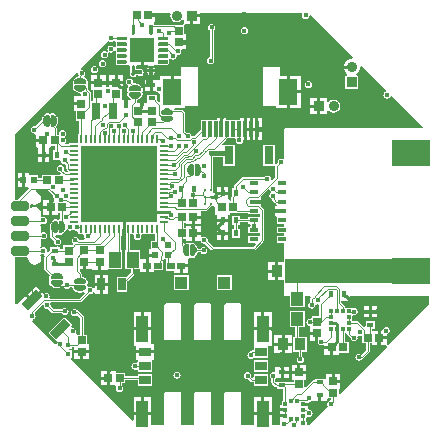
<source format=gbl>
G04*
G04 #@! TF.GenerationSoftware,Altium Limited,Altium NEXUS,3.0.10 (100)*
G04*
G04 Layer_Physical_Order=6*
G04 Layer_Color=16711680*
%FSLAX44Y44*%
%MOMM*%
G71*
G01*
G75*
%ADD11C,0.1000*%
%ADD14C,0.2540*%
G04:AMPARAMS|DCode=16|XSize=0.8mm|YSize=1.5mm|CornerRadius=0.2mm|HoleSize=0mm|Usage=FLASHONLY|Rotation=90.000|XOffset=0mm|YOffset=0mm|HoleType=Round|Shape=RoundedRectangle|*
%AMROUNDEDRECTD16*
21,1,0.8000,1.1000,0,0,90.0*
21,1,0.4000,1.5000,0,0,90.0*
1,1,0.4000,0.5500,0.2000*
1,1,0.4000,0.5500,-0.2000*
1,1,0.4000,-0.5500,-0.2000*
1,1,0.4000,-0.5500,0.2000*
%
%ADD16ROUNDEDRECTD16*%
%ADD22R,0.7600X0.7200*%
%ADD23R,0.4200X0.6200*%
%ADD24R,0.7200X0.7600*%
%ADD25R,0.6200X0.4200*%
%ADD32R,0.6500X1.0500*%
%ADD37R,0.4500X0.4500*%
%ADD62R,0.7400X0.7800*%
%ADD76R,0.9500X1.0500*%
%ADD80R,1.0000X0.8000*%
%ADD106C,0.5000*%
%ADD109C,0.3000*%
%ADD111R,0.9000X0.9000*%
%ADD112C,0.9000*%
%ADD113R,0.9000X0.9000*%
%ADD114C,0.4000*%
%ADD115C,0.4500*%
%ADD116R,0.4000X0.4000*%
%ADD117R,0.8000X1.6000*%
%ADD118R,2.0000X2.0000*%
%ADD119R,3.2000X2.2000*%
%ADD120R,0.3500X0.3750*%
%ADD121R,0.3750X0.3500*%
%ADD122R,0.3750X0.3500*%
%ADD123R,0.3500X0.3750*%
%ADD124R,0.6600X0.6200*%
%ADD125R,0.7800X0.7400*%
%ADD126R,0.5000X0.6000*%
%ADD127O,0.2250X1.1250*%
%ADD128O,0.2500X1.1120*%
%ADD129O,0.2000X1.1370*%
%ADD130O,0.2750X1.0980*%
%ADD131O,0.3000X1.0820*%
%ADD132O,0.5000X0.7600*%
%ADD133O,0.3250X1.0630*%
%ADD134O,0.3500X1.0400*%
%ADD135O,0.3750X1.0130*%
%ADD136O,0.4000X0.9810*%
%ADD137O,0.4250X0.9430*%
%ADD138O,0.4500X0.8970*%
%ADD139O,0.4650X0.8650*%
%ADD140O,0.4750X0.8400*%
%ADD141O,0.4900X0.8000*%
%ADD142O,0.5200X0.6300*%
%ADD143O,0.5100X0.7100*%
%ADD144C,0.5250*%
%ADD145O,1.1250X0.2250*%
%ADD146O,1.1120X0.2500*%
%ADD147O,1.1370X0.2000*%
%ADD148O,1.0980X0.2750*%
%ADD149O,1.0820X0.3000*%
%ADD150O,0.7600X0.5000*%
%ADD151O,1.0630X0.3250*%
%ADD152O,1.0400X0.3500*%
%ADD153O,1.0130X0.3750*%
%ADD154O,0.9810X0.4000*%
%ADD155O,0.9430X0.4250*%
%ADD156O,0.8970X0.4500*%
%ADD157O,0.8650X0.4650*%
%ADD158O,0.8400X0.4750*%
%ADD159O,0.8000X0.4900*%
%ADD160O,0.6300X0.5200*%
%ADD161O,0.7100X0.5100*%
%ADD162R,0.9900X1.3900*%
%ADD163R,0.7000X0.6500*%
G04:AMPARAMS|DCode=164|XSize=0.8mm|YSize=1.7mm|CornerRadius=0mm|HoleSize=0mm|Usage=FLASHONLY|Rotation=135.000|XOffset=0mm|YOffset=0mm|HoleType=Round|Shape=Rectangle|*
%AMROTATEDRECTD164*
4,1,4,0.8839,0.3182,-0.3182,-0.8839,-0.8839,-0.3182,0.3182,0.8839,0.8839,0.3182,0.0*
%
%ADD164ROTATEDRECTD164*%

%ADD165R,0.2000X0.2000*%
%ADD166R,2.0500X2.0500*%
%ADD167C,0.2520*%
%ADD168R,0.7500X1.4000*%
%ADD169R,0.6000X0.5000*%
%ADD170R,1.0500X1.1500*%
%ADD171R,6.4000X6.4000*%
%ADD172R,0.6500X0.2500*%
%ADD173R,0.2500X0.6500*%
%ADD174R,1.1000X1.0000*%
%ADD175R,1.0000X2.3000*%
%ADD176R,0.3000X1.4000*%
%ADD177R,1.6000X2.2000*%
%ADD178R,0.7500X0.3500*%
%ADD179C,0.4013*%
%ADD180C,2.0000*%
G36*
X142808Y355582D02*
X142543Y354250D01*
X142970Y352104D01*
X144185Y350285D01*
X146004Y349070D01*
X148150Y348643D01*
X150296Y349070D01*
X152116Y350285D01*
X152540Y350920D01*
X153810Y350534D01*
Y347750D01*
X153810Y347210D01*
X152792Y346600D01*
X146698D01*
X146400Y346724D01*
X146176D01*
X145814Y346874D01*
X129168D01*
X128622Y347590D01*
X129157Y348860D01*
X129890D01*
Y353730D01*
X123550D01*
Y356270D01*
X129890D01*
Y356852D01*
X141863D01*
X142808Y355582D01*
D02*
G37*
G36*
X127650Y339650D02*
Y339371D01*
X127437Y338857D01*
X127043Y338463D01*
X126529Y338250D01*
X125971D01*
X125457Y338463D01*
X125063Y338857D01*
X124850Y339371D01*
Y339650D01*
X124850Y346750D01*
X127650D01*
Y339650D01*
D02*
G37*
G36*
X112650D02*
X112650D01*
Y339371D01*
X112437Y338857D01*
X112043Y338463D01*
X111529Y338250D01*
X110971D01*
X110457Y338463D01*
X110063Y338857D01*
X109850Y339371D01*
Y339650D01*
Y346750D01*
X112650D01*
Y339650D01*
D02*
G37*
G36*
X140250Y333850D02*
X132872D01*
X132357Y334063D01*
X131963Y334457D01*
X131750Y334972D01*
Y335250D01*
Y335528D01*
X131963Y336043D01*
X132357Y336437D01*
X132872Y336650D01*
X140250D01*
Y333850D01*
D02*
G37*
G36*
X105143Y336437D02*
X105537Y336043D01*
X105750Y335528D01*
Y335250D01*
Y334972D01*
X105537Y334457D01*
X105143Y334063D01*
X104628Y333850D01*
X97250D01*
Y336650D01*
X104628D01*
X105143Y336437D01*
D02*
G37*
G36*
X140250Y328850D02*
X132872D01*
X132357Y329063D01*
X131963Y329457D01*
X131750Y329972D01*
Y330250D01*
Y330528D01*
X131963Y331043D01*
X132357Y331437D01*
X132872Y331650D01*
X133150D01*
X140250Y331650D01*
Y328850D01*
D02*
G37*
G36*
X104350Y331650D02*
X104628D01*
X105143Y331437D01*
X105537Y331043D01*
X105750Y330528D01*
Y330250D01*
Y329972D01*
X105537Y329457D01*
X105143Y329063D01*
X104628Y328850D01*
X97250D01*
Y331650D01*
X104350D01*
Y331650D01*
D02*
G37*
G36*
X254333Y355854D02*
X254396Y355582D01*
X254191Y354550D01*
X254424Y353380D01*
X255087Y352387D01*
X256080Y351724D01*
X257250Y351491D01*
X258421Y351724D01*
X259413Y352387D01*
X260076Y353380D01*
X260260Y354305D01*
X260977Y354689D01*
X261552Y354808D01*
X297262Y319098D01*
X296669Y317895D01*
X296250Y317950D01*
X294413Y317708D01*
X292700Y316999D01*
X291229Y315871D01*
X290101Y314400D01*
X289392Y312687D01*
X289317Y312120D01*
X296250D01*
Y309580D01*
X289317D01*
X289392Y309012D01*
X290101Y307299D01*
X291229Y305829D01*
X292413Y304920D01*
X292084Y303650D01*
X290750D01*
Y292650D01*
X301750D01*
Y303650D01*
X300416D01*
X300088Y304920D01*
X301271Y305829D01*
X302400Y307299D01*
X303109Y309012D01*
X303351Y310850D01*
X303296Y311269D01*
X304499Y311862D01*
X324996Y291365D01*
X324831Y290344D01*
X324635Y289930D01*
X323787Y289364D01*
X323124Y288371D01*
X322891Y287201D01*
X323124Y286030D01*
X323787Y285038D01*
X324779Y284375D01*
X325950Y284142D01*
X327120Y284375D01*
X328113Y285038D01*
X328679Y285886D01*
X329093Y286082D01*
X330114Y286247D01*
X356105Y260256D01*
X355619Y259082D01*
X240000D01*
X239235Y258765D01*
X238918Y258000D01*
Y234040D01*
X237670Y233346D01*
X236500Y233579D01*
X235329Y233346D01*
X234337Y232683D01*
X233674Y231691D01*
X233441Y230520D01*
X233568Y229884D01*
X232270Y228586D01*
X231000Y229112D01*
Y245000D01*
X221000D01*
Y227000D01*
X229952D01*
X231022Y226791D01*
X231126Y225782D01*
Y217673D01*
X228851Y215397D01*
X227680Y216022D01*
X227707Y216156D01*
X227474Y217327D01*
X226811Y218319D01*
X225819Y218982D01*
X224648Y219215D01*
X223477Y218982D01*
X222485Y218319D01*
X222188Y217874D01*
X204014D01*
X202866Y217398D01*
X196994Y211526D01*
X196518Y210378D01*
Y208214D01*
X196243Y208100D01*
X195042D01*
Y206898D01*
X194918Y206600D01*
X195042Y206302D01*
Y202210D01*
X194794Y201962D01*
X194318Y200814D01*
Y197658D01*
X193048Y197132D01*
X192682Y197498D01*
Y198140D01*
X191782Y199033D01*
X191782Y199410D01*
Y202730D01*
X187142D01*
X182502D01*
X182502Y199284D01*
X181232Y198595D01*
X180540Y199030D01*
Y199481D01*
X177000D01*
Y202021D01*
X180540D01*
Y204291D01*
X180134D01*
X179000Y204620D01*
Y208620D01*
X178322D01*
Y234713D01*
X187000D01*
Y227000D01*
X197000D01*
Y245000D01*
X187184D01*
X186416Y246028D01*
X189301Y248913D01*
X189932D01*
Y249544D01*
X190841Y250453D01*
X196961D01*
X197905Y249183D01*
X197833Y248824D01*
X198066Y247654D01*
X198729Y246661D01*
X199721Y245998D01*
X200892Y245765D01*
X202062Y245998D01*
X203055Y246661D01*
X203718Y247654D01*
X203951Y248824D01*
X204024Y248913D01*
X204622D01*
Y258453D01*
Y267993D01*
X201852D01*
Y266453D01*
X199662D01*
X198392Y266453D01*
Y266453D01*
X198392D01*
Y266453D01*
X189932D01*
Y267993D01*
X187162D01*
Y258453D01*
X184622D01*
Y267993D01*
X181852D01*
Y266453D01*
X168392D01*
Y257627D01*
X167330Y257187D01*
X162682Y252539D01*
X160800D01*
X159971Y253570D01*
X159951Y253671D01*
X159288Y254663D01*
X158295Y255326D01*
X157125Y255559D01*
X156489Y255432D01*
X155249Y256672D01*
Y271629D01*
X154773Y272777D01*
X153148Y274402D01*
X152000Y274877D01*
X145840D01*
X145467Y275143D01*
X145452Y275279D01*
X146167Y276413D01*
X154932D01*
Y277871D01*
X164892D01*
X165657Y278188D01*
X165974Y278953D01*
Y309953D01*
X165657Y310718D01*
X164892Y311035D01*
X152392D01*
X151626Y310718D01*
X151309Y309953D01*
Y303493D01*
X145662D01*
Y289953D01*
X143122D01*
Y303493D01*
X133852D01*
Y300233D01*
X132640Y300093D01*
Y300093D01*
X128270D01*
Y295453D01*
Y290813D01*
X130237D01*
X130725Y290082D01*
X131717Y289419D01*
X132888Y289186D01*
X133852Y288395D01*
Y281693D01*
X132582Y281167D01*
X131223Y282526D01*
Y282853D01*
X131100Y283152D01*
Y287553D01*
X122900D01*
Y281353D01*
X122900D01*
X122628Y280473D01*
X121459Y280228D01*
X121459Y280228D01*
X121459Y280228D01*
X114851D01*
X114193Y281213D01*
Y283146D01*
X114524Y283212D01*
X114548Y283228D01*
X114954Y283309D01*
X115042Y283368D01*
X115235Y283406D01*
X115344Y283479D01*
X115465Y283503D01*
X115671Y283641D01*
X115711Y283649D01*
X115852Y283743D01*
X115866Y283746D01*
X116966Y284481D01*
X116976Y284496D01*
X117147Y284610D01*
X117193Y284679D01*
X117412Y284825D01*
X117490Y284942D01*
X117637Y285040D01*
X117739Y285194D01*
X117832Y285256D01*
X117955Y285439D01*
X118002Y285471D01*
X118140Y285678D01*
X118152Y285686D01*
X118732Y286554D01*
X118738Y286584D01*
X118834Y286728D01*
X118846Y286789D01*
X118921Y286901D01*
X118938Y286984D01*
X118998Y287075D01*
X119017Y287169D01*
X119071Y287249D01*
X119091Y287353D01*
X119138Y287423D01*
X119293Y288203D01*
X119138Y288984D01*
X119117Y289015D01*
X118800Y289953D01*
X119117Y290891D01*
X119138Y290923D01*
X119293Y291703D01*
X119138Y292484D01*
X119091Y292553D01*
X119071Y292657D01*
X119017Y292738D01*
X118998Y292831D01*
X118938Y292922D01*
X118921Y293005D01*
X118846Y293117D01*
X118834Y293179D01*
X118738Y293323D01*
X118732Y293352D01*
X118152Y294221D01*
X118140Y294228D01*
X118002Y294436D01*
X117955Y294467D01*
X117832Y294651D01*
X117739Y294713D01*
X117637Y294866D01*
X117490Y294964D01*
X117412Y295081D01*
X117193Y295228D01*
X117147Y295296D01*
X116976Y295410D01*
X116966Y295425D01*
X115866Y296160D01*
X115852Y296163D01*
X115711Y296257D01*
X115671Y296265D01*
X115465Y296403D01*
X115344Y296427D01*
X115235Y296500D01*
X115042Y296538D01*
X114954Y296597D01*
X114548Y296678D01*
X114524Y296694D01*
X113119Y296974D01*
X112823D01*
X112569Y297024D01*
X112315Y296974D01*
X112019D01*
X111642Y296899D01*
X110715Y297826D01*
X110809Y298300D01*
X110576Y299471D01*
X109913Y300463D01*
X108920Y301126D01*
X107750Y301359D01*
X106580Y301126D01*
X105587Y300463D01*
X104924Y299471D01*
X104691Y298300D01*
X104924Y297129D01*
X105587Y296137D01*
X106441Y295566D01*
X106515Y295501D01*
X106646Y295277D01*
X106813Y294779D01*
X106914Y294113D01*
X106406Y293352D01*
X106400Y293323D01*
X106304Y293179D01*
X106292Y293117D01*
X106217Y293005D01*
X106200Y292922D01*
X106140Y292831D01*
X106121Y292738D01*
X106067Y292657D01*
X106047Y292553D01*
X106000Y292484D01*
X105845Y291703D01*
X106000Y290923D01*
X106021Y290891D01*
X106338Y289953D01*
X106021Y289015D01*
X106000Y288984D01*
X105845Y288203D01*
X106000Y287423D01*
X106047Y287353D01*
X106067Y287249D01*
X106121Y287169D01*
X106140Y287075D01*
X106200Y286984D01*
X106217Y286901D01*
X106292Y286789D01*
X106304Y286728D01*
X106400Y286584D01*
X106406Y286554D01*
X106987Y285686D01*
X106998Y285678D01*
X107136Y285471D01*
X107184Y285439D01*
X107306Y285256D01*
X107399Y285194D01*
X107501Y285040D01*
X107648Y284942D01*
X107726Y284825D01*
X107945Y284679D01*
X107991Y284610D01*
X108162Y284496D01*
X108172Y284481D01*
X108970Y283947D01*
X108655Y282769D01*
X108595Y282677D01*
X106156D01*
Y277887D01*
X103616D01*
Y282677D01*
X102466D01*
X101350Y283050D01*
Y291310D01*
X102890D01*
Y296380D01*
X90610D01*
Y294257D01*
X90076Y293819D01*
X89160Y293637D01*
X88279Y294110D01*
X87890Y294435D01*
Y296380D01*
X81750D01*
X75610D01*
Y291310D01*
X77150D01*
Y283050D01*
X77150D01*
X76891Y281887D01*
X75154D01*
Y289172D01*
X74678Y290320D01*
X72628Y292370D01*
X73002Y293296D01*
X73004Y293308D01*
X73069Y293470D01*
X73224Y294250D01*
X73069Y295030D01*
X73048Y295062D01*
X72731Y296000D01*
X73048Y296938D01*
X73069Y296970D01*
X73224Y297750D01*
X73069Y298530D01*
X73022Y298600D01*
X73002Y298704D01*
X72948Y298784D01*
X72929Y298878D01*
X72869Y298969D01*
X72852Y299052D01*
X72777Y299164D01*
X72765Y299226D01*
X72669Y299370D01*
X72663Y299399D01*
X72083Y300268D01*
X72071Y300275D01*
X71933Y300483D01*
X71885Y300514D01*
X71763Y300698D01*
X71670Y300759D01*
X71568Y300913D01*
X71421Y301011D01*
X71343Y301128D01*
X71124Y301274D01*
X71078Y301343D01*
X70907Y301457D01*
X70897Y301472D01*
X70027Y302053D01*
X69741Y303063D01*
X69800Y303516D01*
X69823Y303576D01*
X70326Y304329D01*
X70559Y305500D01*
X70326Y306670D01*
X69663Y307663D01*
X68671Y308326D01*
X67500Y308559D01*
X67343Y308528D01*
X66717Y309698D01*
X89986Y332966D01*
X90173Y332948D01*
X91165Y332285D01*
X92336Y332052D01*
X93506Y332285D01*
X94499Y332948D01*
X96019Y332974D01*
X96485Y332449D01*
Y332415D01*
X96168Y331650D01*
Y328850D01*
X96321Y328480D01*
X96112Y328110D01*
X94725Y327899D01*
X94395Y328393D01*
X93403Y329056D01*
X92233Y329289D01*
X91062Y329056D01*
X90070Y328393D01*
X89407Y327401D01*
X89174Y326230D01*
X89407Y325060D01*
X89747Y324550D01*
X88831Y323635D01*
X88578Y323804D01*
X88170Y324076D01*
X87000Y324309D01*
X85829Y324076D01*
X84837Y323413D01*
X84174Y322421D01*
X83941Y321250D01*
X84174Y320079D01*
X84837Y319087D01*
X85829Y318424D01*
X87000Y318191D01*
X88170Y318424D01*
X89163Y319087D01*
X89826Y320079D01*
X90059Y321250D01*
X89826Y322421D01*
X89486Y322930D01*
X90401Y323845D01*
X90655Y323676D01*
X91062Y323404D01*
X92233Y323171D01*
X93403Y323404D01*
X94395Y324067D01*
X94898Y324819D01*
X96112Y324630D01*
X96168Y324608D01*
Y323850D01*
X96485Y323085D01*
Y322415D01*
X96168Y321650D01*
Y318850D01*
X96485Y318085D01*
Y317415D01*
X96168Y316650D01*
Y313850D01*
X96485Y313085D01*
X97250Y312768D01*
X104628D01*
X104690Y312793D01*
X105960Y312460D01*
Y312460D01*
X107855D01*
X108322Y312029D01*
X108638Y311609D01*
X108793Y311190D01*
X108768Y311129D01*
Y305485D01*
X108701Y305150D01*
X108768Y304815D01*
Y303750D01*
X109085Y302985D01*
X109850Y302668D01*
X110915D01*
X111250Y302601D01*
X111585Y302668D01*
X112650D01*
X113415Y302985D01*
X113718Y303716D01*
X115421D01*
X115835Y303439D01*
X117006Y303206D01*
X118176Y303439D01*
X119169Y304102D01*
X119832Y305094D01*
X120064Y306265D01*
X119832Y307435D01*
X119169Y308428D01*
X118176Y309091D01*
X117006Y309324D01*
X115835Y309091D01*
X115421Y308814D01*
X113732D01*
Y311129D01*
X113707Y311190D01*
X113862Y311610D01*
X114178Y312030D01*
X114645Y312460D01*
X117480D01*
Y325250D01*
X120020D01*
Y312460D01*
X123799D01*
X124184Y311190D01*
X123510Y310740D01*
X122670Y309483D01*
X122628Y309270D01*
X124850D01*
Y310850D01*
X124850D01*
Y311129D01*
X125063Y311643D01*
X125457Y312037D01*
X125971Y312250D01*
X126529D01*
X127043Y312037D01*
X127437Y311643D01*
X127650Y311129D01*
Y310850D01*
Y309270D01*
X129872D01*
X129830Y309483D01*
X128990Y310740D01*
X128316Y311190D01*
X128701Y312460D01*
X131540D01*
Y312460D01*
X132810Y312793D01*
X132872Y312768D01*
X140250D01*
X141015Y313085D01*
X141332Y313850D01*
Y316650D01*
X141195Y316981D01*
X141482Y317637D01*
X141891Y317792D01*
X142944Y317936D01*
X143693Y317435D01*
X144863Y317202D01*
X146034Y317435D01*
X147026Y318098D01*
X147689Y319091D01*
X147849Y319893D01*
X148486Y320658D01*
X149058Y321061D01*
X149945Y321237D01*
X150937Y321900D01*
X151600Y322893D01*
X151833Y324063D01*
X151728Y324590D01*
X152593Y325860D01*
X155640D01*
Y330930D01*
X149500D01*
Y333470D01*
X155640D01*
Y338540D01*
X154100D01*
Y346060D01*
X154100Y346600D01*
X155118Y347210D01*
X159580D01*
Y354250D01*
X160850D01*
Y355520D01*
X167890D01*
Y356852D01*
X253653D01*
X254333Y355854D01*
D02*
G37*
G36*
X140250Y323850D02*
X132872D01*
X132357Y324063D01*
X131963Y324457D01*
X131750Y324972D01*
Y325250D01*
Y325528D01*
X131963Y326043D01*
X132357Y326437D01*
X132872Y326650D01*
X140250D01*
Y323850D01*
D02*
G37*
G36*
X105143Y326437D02*
X105537Y326043D01*
X105750Y325528D01*
Y325250D01*
Y324972D01*
X105537Y324457D01*
X105143Y324063D01*
X104628Y323850D01*
X97250D01*
Y326650D01*
X104628D01*
X105143Y326437D01*
D02*
G37*
G36*
X140250Y318850D02*
X133150D01*
Y318850D01*
X132872D01*
X132357Y319063D01*
X131963Y319457D01*
X131750Y319972D01*
Y320250D01*
Y320528D01*
X131963Y321043D01*
X132357Y321437D01*
X132872Y321650D01*
X140250D01*
Y318850D01*
D02*
G37*
G36*
X105143Y321437D02*
X105537Y321043D01*
X105750Y320528D01*
Y320250D01*
Y319972D01*
X105537Y319457D01*
X105143Y319063D01*
X104628Y318850D01*
X104350D01*
X97250Y318850D01*
Y321650D01*
X104628D01*
X105143Y321437D01*
D02*
G37*
G36*
X140250Y313850D02*
X132872D01*
X132357Y314063D01*
X131963Y314457D01*
X131750Y314972D01*
Y315250D01*
Y315529D01*
X131963Y316043D01*
X132357Y316437D01*
X132872Y316650D01*
X140250D01*
Y313850D01*
D02*
G37*
G36*
X105143Y316437D02*
X105537Y316043D01*
X105750Y315529D01*
Y315250D01*
Y314972D01*
X105537Y314457D01*
X105143Y314063D01*
X104628Y313850D01*
X97250D01*
Y316650D01*
X104628D01*
X105143Y316437D01*
D02*
G37*
G36*
X112043Y312037D02*
X112437Y311643D01*
X112650Y311129D01*
Y310850D01*
X112650Y303750D01*
X109850D01*
Y310850D01*
Y311129D01*
X110063Y311643D01*
X110457Y312037D01*
X110971Y312250D01*
X111529D01*
X112043Y312037D01*
D02*
G37*
G36*
X64472Y305657D02*
X64441Y305500D01*
X64674Y304329D01*
X64894Y304000D01*
X64573Y302747D01*
X64545Y302741D01*
X64521Y302725D01*
X64115Y302644D01*
X64027Y302585D01*
X63834Y302547D01*
X63725Y302474D01*
X63604Y302450D01*
X63398Y302312D01*
X63358Y302304D01*
X63217Y302210D01*
X63203Y302207D01*
X62103Y301472D01*
X62093Y301457D01*
X61922Y301343D01*
X61876Y301274D01*
X61657Y301128D01*
X61579Y301011D01*
X61432Y300913D01*
X61330Y300759D01*
X61237Y300698D01*
X61115Y300514D01*
X61067Y300483D01*
X60929Y300275D01*
X60918Y300268D01*
X60337Y299399D01*
X60331Y299370D01*
X60235Y299226D01*
X60223Y299164D01*
X60148Y299052D01*
X60131Y298969D01*
X60071Y298878D01*
X60052Y298784D01*
X59998Y298704D01*
X59978Y298600D01*
X59931Y298530D01*
X59776Y297750D01*
X59931Y296970D01*
X59952Y296938D01*
X60269Y296000D01*
X59952Y295062D01*
X59931Y295030D01*
X59776Y294250D01*
X59931Y293470D01*
X59978Y293400D01*
X59998Y293296D01*
X60052Y293216D01*
X60071Y293122D01*
X60131Y293031D01*
X60148Y292948D01*
X60223Y292836D01*
X60235Y292775D01*
X60331Y292630D01*
X60337Y292601D01*
X60918Y291733D01*
X60929Y291725D01*
X61067Y291517D01*
X61115Y291486D01*
X61237Y291302D01*
X61330Y291241D01*
X61432Y291087D01*
X61579Y290989D01*
X61657Y290872D01*
X61876Y290726D01*
X61922Y290657D01*
X62093Y290543D01*
X62103Y290528D01*
X63203Y289793D01*
X63217Y289790D01*
X63358Y289696D01*
X63398Y289688D01*
X63604Y289550D01*
X63725Y289526D01*
X63834Y289453D01*
X64027Y289415D01*
X64115Y289356D01*
X64521Y289275D01*
X64545Y289259D01*
X65927Y288984D01*
X65952Y288978D01*
X66633Y288385D01*
X66839Y288068D01*
X66969Y287738D01*
X66971Y287722D01*
X67043Y287363D01*
X66100Y286093D01*
X60860D01*
Y281023D01*
X67000D01*
Y278483D01*
X60860D01*
Y273413D01*
X62400D01*
Y265353D01*
X65376D01*
Y254500D01*
X64750D01*
Y246540D01*
X64460D01*
Y246250D01*
X56500D01*
Y245624D01*
X54285D01*
X53960Y246130D01*
X53733Y246894D01*
X54262Y247685D01*
X54495Y248856D01*
X54262Y250026D01*
X53599Y251019D01*
Y252406D01*
X54262Y253398D01*
X54495Y254569D01*
X54262Y255739D01*
X53599Y256732D01*
X52607Y257395D01*
X51436Y257628D01*
X50266Y257395D01*
X49273Y256732D01*
X48610Y255739D01*
X48377Y254569D01*
X47582Y253600D01*
X46260D01*
Y259584D01*
X45869Y260526D01*
X45995Y260714D01*
X46064Y260760D01*
X46178Y260931D01*
X46193Y260940D01*
X46928Y262040D01*
X46930Y262055D01*
X47025Y262196D01*
X47032Y262235D01*
X47170Y262442D01*
X47194Y262563D01*
X47267Y262672D01*
X47306Y262864D01*
X47365Y262952D01*
X47445Y263359D01*
X47462Y263383D01*
X47741Y264788D01*
Y265084D01*
X47792Y265338D01*
X47741Y265591D01*
Y265888D01*
X47462Y267292D01*
X47445Y267317D01*
X47365Y267723D01*
X47306Y267811D01*
X47267Y268003D01*
X47194Y268113D01*
X47170Y268234D01*
X47032Y268440D01*
X47025Y268479D01*
X46930Y268621D01*
X46928Y268635D01*
X46193Y269735D01*
X46178Y269745D01*
X46064Y269916D01*
X45995Y269962D01*
X45848Y270181D01*
X45731Y270259D01*
X45633Y270406D01*
X45480Y270508D01*
X45418Y270600D01*
X45235Y270723D01*
X45203Y270770D01*
X44995Y270909D01*
X44988Y270920D01*
X44120Y271500D01*
X44090Y271506D01*
X43946Y271603D01*
X43885Y271615D01*
X43772Y271690D01*
X43689Y271706D01*
X43598Y271767D01*
X43505Y271786D01*
X43425Y271839D01*
X43321Y271860D01*
X43251Y271907D01*
X42470Y272062D01*
X41690Y271907D01*
X41029Y271465D01*
X40412D01*
X39751Y271907D01*
X38970Y272062D01*
X38190Y271907D01*
X38120Y271860D01*
X38016Y271839D01*
X37936Y271786D01*
X37843Y271767D01*
X37752Y271706D01*
X37669Y271690D01*
X37557Y271615D01*
X37495Y271603D01*
X37351Y271506D01*
X37321Y271500D01*
X36453Y270920D01*
X36446Y270909D01*
X36238Y270770D01*
X36206Y270723D01*
X36023Y270600D01*
X35961Y270508D01*
X35808Y270406D01*
X35710Y270259D01*
X35593Y270181D01*
X35446Y269962D01*
X35378Y269916D01*
X35263Y269745D01*
X35248Y269735D01*
X34513Y268635D01*
X34511Y268621D01*
X34416Y268479D01*
X34409Y268440D01*
X34271Y268234D01*
X34247Y268113D01*
X34174Y268003D01*
X34135Y267811D01*
X34076Y267723D01*
X33996Y267317D01*
X33979Y267292D01*
X33777Y266275D01*
X28136Y260634D01*
X27500Y260760D01*
X26330Y260528D01*
X25337Y259865D01*
X24674Y258872D01*
X24441Y257702D01*
X24674Y256531D01*
X25337Y255539D01*
X26330Y254876D01*
X27500Y254643D01*
X28696Y253586D01*
Y250270D01*
X35036D01*
Y247730D01*
X28696D01*
Y242860D01*
X30042D01*
X30580Y241813D01*
X30581Y241590D01*
Y237443D01*
X35221D01*
X39861D01*
Y241590D01*
X39861Y241813D01*
X40399Y242860D01*
X41376D01*
Y244400D01*
X44597D01*
Y240273D01*
X43120D01*
Y232073D01*
X48917D01*
X49352Y232047D01*
X50268Y231295D01*
X50361Y230830D01*
X51024Y229837D01*
X52016Y229174D01*
X53187Y228941D01*
X53292Y228962D01*
X54376Y228026D01*
Y225086D01*
X54852Y223938D01*
X55896Y222894D01*
X55886Y222671D01*
X55585Y221624D01*
X53859D01*
X52169Y223314D01*
X52326Y223548D01*
X52559Y224718D01*
X52326Y225889D01*
X51663Y226881D01*
X50670Y227544D01*
X49500Y227777D01*
X48330Y227544D01*
X47337Y226881D01*
X46674Y225889D01*
X46441Y224718D01*
X46674Y223548D01*
X47337Y222556D01*
X48330Y221893D01*
X49120Y221735D01*
X49673Y220941D01*
X49121Y219750D01*
X44270D01*
X43500Y219750D01*
X42230Y219750D01*
X34000D01*
Y217124D01*
X30750D01*
Y219250D01*
X23750Y219250D01*
X23290Y220329D01*
Y220790D01*
X19520D01*
Y215250D01*
Y209710D01*
X22368D01*
X22894Y208440D01*
X13916Y199462D01*
X13500Y198459D01*
X11448D01*
Y254428D01*
X63302Y306283D01*
X64472Y305657D01*
D02*
G37*
G36*
X43288Y202326D02*
X43162Y201690D01*
X43395Y200520D01*
X44058Y199527D01*
X44233Y199410D01*
X43848Y198140D01*
X42470D01*
Y192000D01*
Y185860D01*
X47540D01*
Y187400D01*
X49176D01*
Y182210D01*
X48470Y182069D01*
X48438Y182048D01*
X47500Y181731D01*
X46562Y182048D01*
X46530Y182069D01*
X45750Y182224D01*
X44970Y182069D01*
X44900Y182022D01*
X44796Y182002D01*
X44715Y181948D01*
X44622Y181929D01*
X44531Y181869D01*
X44448Y181852D01*
X44336Y181777D01*
X44275Y181765D01*
X44130Y181669D01*
X44101Y181663D01*
X43232Y181082D01*
X43225Y181071D01*
X43017Y180933D01*
X42986Y180885D01*
X42802Y180763D01*
X42741Y180670D01*
X42587Y180568D01*
X42489Y180421D01*
X42372Y180343D01*
X42226Y180124D01*
X42157Y180078D01*
X42043Y179907D01*
X42028Y179897D01*
X41293Y178797D01*
X41290Y178783D01*
X41196Y178642D01*
X41188Y178602D01*
X41050Y178396D01*
X41026Y178275D01*
X40953Y178166D01*
X40915Y177973D01*
X40856Y177885D01*
X40775Y177479D01*
X40759Y177455D01*
X40479Y176050D01*
Y175754D01*
X40429Y175500D01*
X40479Y175246D01*
Y174950D01*
X40501Y174840D01*
Y168013D01*
X40977Y166865D01*
X44318Y163524D01*
X44191Y162888D01*
X44424Y161717D01*
X45087Y160725D01*
X46080Y160062D01*
X47084Y159862D01*
X46958Y158592D01*
X40736D01*
Y155330D01*
X40038Y155040D01*
X39166Y154169D01*
X37996Y154794D01*
X38095Y155292D01*
X37862Y156463D01*
X37199Y157455D01*
X36207Y158118D01*
X35036Y158351D01*
X33866Y158118D01*
X33173Y157656D01*
X32258Y158571D01*
X32881Y159504D01*
X33308Y161650D01*
X32881Y163796D01*
X32714Y164045D01*
X33315Y165432D01*
X33611Y165480D01*
X34050Y165187D01*
X35221Y164954D01*
X36391Y165187D01*
X37383Y165850D01*
X38047Y166842D01*
X38279Y168013D01*
X38047Y169183D01*
X37383Y170176D01*
X36391Y170839D01*
X35221Y171072D01*
X34050Y170839D01*
X33601Y170539D01*
X33326Y170584D01*
X32723Y171968D01*
X32881Y172204D01*
X33308Y174350D01*
X32881Y176496D01*
X32631Y176869D01*
X33189Y178320D01*
X33751Y178462D01*
X33866Y178385D01*
X35036Y178152D01*
X36207Y178385D01*
X37199Y179048D01*
X37862Y180040D01*
X38095Y181211D01*
X37862Y182381D01*
X37199Y183374D01*
X36207Y184037D01*
X35036Y184270D01*
X33866Y184037D01*
X33799Y183992D01*
X32887Y184898D01*
X32881Y184907D01*
X33308Y187050D01*
X32881Y189196D01*
X31665Y191015D01*
X29846Y192231D01*
X27700Y192658D01*
X25554Y192231D01*
X24829Y191746D01*
X23559Y192425D01*
Y194375D01*
X24829Y195054D01*
X25554Y194569D01*
X27700Y194142D01*
X29846Y194569D01*
X31665Y195785D01*
X32881Y197604D01*
X33308Y199750D01*
X32881Y201896D01*
X31665Y203715D01*
X29846Y204931D01*
X28963Y205106D01*
X29088Y206376D01*
X39238D01*
X43288Y202326D01*
D02*
G37*
G36*
X226821Y206979D02*
X226924Y206462D01*
X227587Y205469D01*
X227340Y204107D01*
X227336Y204104D01*
X226673Y203112D01*
X226440Y201941D01*
X226673Y200771D01*
X227336Y199778D01*
X228328Y199115D01*
X228350Y199111D01*
Y198964D01*
X228826Y197816D01*
X230790Y195852D01*
X231938Y195376D01*
X232338Y194977D01*
X232484Y194315D01*
X231669Y193290D01*
X231102D01*
Y190270D01*
X237392D01*
Y187730D01*
X231102D01*
Y184710D01*
X231894D01*
X232642Y183750D01*
Y178250D01*
X238918D01*
Y175750D01*
X232642D01*
Y170250D01*
X238918D01*
Y167750D01*
X232642D01*
Y162250D01*
X238918D01*
Y145790D01*
X234020D01*
Y138000D01*
Y130210D01*
X238918D01*
Y118000D01*
X239235Y117235D01*
X240000Y116918D01*
X243750D01*
Y107565D01*
X256250D01*
Y116918D01*
X261158D01*
X261644Y115744D01*
X261234Y115335D01*
X260759Y114187D01*
Y111843D01*
X260220Y111482D01*
X259557Y110490D01*
X259324Y109320D01*
X259557Y108149D01*
X260220Y107157D01*
X261212Y106494D01*
X262383Y106261D01*
X263553Y106494D01*
X264545Y107157D01*
X265208Y108149D01*
X265441Y109320D01*
X265441Y109321D01*
X265547Y109505D01*
X266541Y110299D01*
X267228Y110162D01*
X267441Y110204D01*
X268626Y109145D01*
Y99850D01*
X262400D01*
Y98667D01*
X261130Y97733D01*
X260750Y97809D01*
X259580Y97576D01*
X258587Y96913D01*
X257924Y95920D01*
X257691Y94750D01*
X257924Y93580D01*
X258587Y92587D01*
X259580Y91924D01*
X260750Y91691D01*
X260860Y91601D01*
Y86720D01*
X267000D01*
Y84180D01*
X260860D01*
Y79110D01*
X266120D01*
X266703Y78400D01*
X266936Y77229D01*
X267599Y76237D01*
X268591Y75574D01*
X269762Y75341D01*
X270932Y75574D01*
X271740Y76114D01*
X272470Y75904D01*
X273010Y75576D01*
Y74770D01*
X279350D01*
Y73500D01*
X280620D01*
Y67360D01*
X285690D01*
Y68900D01*
X293950D01*
Y78100D01*
X290124D01*
Y85352D01*
X290320Y85548D01*
X291586Y85512D01*
X292001Y85125D01*
X292477Y83977D01*
X295153Y81301D01*
X295309Y80520D01*
X295972Y79527D01*
X296964Y78864D01*
X298135Y78632D01*
X299305Y78864D01*
X300298Y79527D01*
X300961Y80520D01*
X301193Y81690D01*
X301010Y82615D01*
X301562Y83250D01*
X302020Y83547D01*
X303020Y83348D01*
X303880Y83519D01*
X305150Y82811D01*
Y76900D01*
X308326D01*
Y71102D01*
X304621Y67397D01*
X304428Y67416D01*
X303435Y68079D01*
X302265Y68312D01*
X301094Y68079D01*
X300102Y67416D01*
X299439Y66424D01*
X299206Y65253D01*
X299439Y64083D01*
X300102Y63090D01*
X301094Y62427D01*
X302265Y62194D01*
X303435Y62427D01*
X304428Y63090D01*
X304794Y63638D01*
X305921Y64105D01*
X311098Y69282D01*
X311574Y70430D01*
Y76900D01*
X313210D01*
Y75360D01*
X318280D01*
Y81500D01*
Y87640D01*
X313624D01*
Y89500D01*
X316100D01*
Y95700D01*
X307900D01*
Y91294D01*
X306630Y90767D01*
X301999Y95398D01*
X300851Y95874D01*
X296500D01*
Y99763D01*
X297770Y100704D01*
X298135Y100632D01*
X299305Y100864D01*
X300298Y101527D01*
X300961Y102520D01*
X301193Y103690D01*
X300961Y104861D01*
X300298Y105853D01*
X299305Y106516D01*
X298135Y106749D01*
X297770Y106677D01*
X296500Y107000D01*
Y107000D01*
X291250D01*
Y107250D01*
X290124D01*
Y107988D01*
X289648Y109136D01*
X287194Y111590D01*
X287295Y112860D01*
X294390D01*
Y116918D01*
X361932D01*
Y110062D01*
X327110Y75240D01*
X325890Y75816D01*
Y80230D01*
X320820D01*
Y75360D01*
X325434D01*
X326011Y74140D01*
X286273Y34403D01*
X285100Y34889D01*
Y38460D01*
X286640D01*
Y43530D01*
X280500D01*
Y44800D01*
X279230D01*
Y51140D01*
X274360D01*
Y47728D01*
X273350Y47100D01*
X265150D01*
Y45624D01*
X263750D01*
X262602Y45148D01*
X257273Y39819D01*
X256100Y40306D01*
Y45960D01*
X257640D01*
Y51030D01*
X251500D01*
X245360D01*
Y45960D01*
X246900D01*
Y44324D01*
X241350D01*
Y44350D01*
X233150D01*
Y44350D01*
X232377Y44030D01*
X231374Y44835D01*
Y47167D01*
X231913Y47527D01*
X231968Y47610D01*
X235980D01*
Y52250D01*
Y56890D01*
X231610D01*
Y53467D01*
X230340Y52632D01*
X229750Y52749D01*
X228580Y52516D01*
X227587Y51853D01*
X226924Y50861D01*
X226691Y49690D01*
X226924Y48520D01*
X227587Y47527D01*
X228126Y47167D01*
Y44000D01*
X228602Y42852D01*
X231352Y40102D01*
X232500Y39626D01*
X233150D01*
Y38150D01*
X238001D01*
Y28250D01*
X236750D01*
Y24790D01*
X235210D01*
Y21770D01*
X239625D01*
Y19230D01*
X235210D01*
Y16770D01*
X239625D01*
Y14230D01*
X235210D01*
Y11210D01*
X235210Y11210D01*
X235828Y9940D01*
X235641Y9000D01*
X235660Y8908D01*
X234617Y7638D01*
X228540D01*
Y15855D01*
X221000D01*
X213460D01*
Y7638D01*
X202482D01*
Y34625D01*
X202165Y35390D01*
X201400Y35707D01*
X189400D01*
X188635Y35390D01*
X188318Y34625D01*
Y7638D01*
X177083D01*
Y34625D01*
X176765Y35390D01*
X176000Y35707D01*
X164000D01*
X163235Y35390D01*
X162918Y34625D01*
Y7638D01*
X151682D01*
Y34625D01*
X151365Y35390D01*
X150600Y35707D01*
X138600D01*
X137835Y35390D01*
X137518Y34625D01*
Y7638D01*
X126540D01*
Y15855D01*
X111460D01*
Y11709D01*
X110287Y11223D01*
X58183Y63327D01*
X58669Y64500D01*
X59500D01*
Y71000D01*
X56209D01*
X56055Y71230D01*
X56734Y72500D01*
X59500D01*
Y74126D01*
X61360D01*
Y71220D01*
X73640D01*
Y76290D01*
X72100D01*
Y84350D01*
X69124D01*
Y99461D01*
X68648Y100609D01*
X64846Y104411D01*
X63921Y104794D01*
X63499Y105426D01*
X62507Y106089D01*
X61336Y106322D01*
X60166Y106089D01*
X59173Y105426D01*
X58510Y104434D01*
X58278Y103263D01*
X58510Y102093D01*
X59173Y101100D01*
X60166Y100437D01*
X61336Y100204D01*
X62507Y100437D01*
X63499Y101100D01*
X63559Y101106D01*
X65876Y98788D01*
Y84350D01*
X63233D01*
X62421Y85422D01*
X62821Y86020D01*
X63054Y87190D01*
X62821Y88361D01*
X62158Y89353D01*
X61166Y90016D01*
X59995Y90249D01*
X59262Y90103D01*
X58636Y91274D01*
X59774Y92411D01*
X52703Y99482D01*
X39268Y86047D01*
X46339Y78976D01*
Y78976D01*
X47095Y78019D01*
X46695Y77421D01*
X46561Y76745D01*
X45274Y76245D01*
X45265Y76245D01*
X25837Y95672D01*
X26255Y97050D01*
X26670Y97133D01*
X27663Y97796D01*
X28326Y98788D01*
X28559Y99959D01*
X28326Y101129D01*
X27663Y102122D01*
X27791Y103545D01*
X34011Y109765D01*
X35044Y109262D01*
X35198Y109156D01*
X35424Y108020D01*
X36087Y107027D01*
X37080Y106364D01*
X38250Y106132D01*
X38886Y106258D01*
X42310Y102834D01*
X43458Y102359D01*
X50790D01*
X51150Y101819D01*
X52142Y101156D01*
X53313Y100923D01*
X54483Y101156D01*
X55476Y101819D01*
X56139Y102812D01*
X56371Y103982D01*
X56139Y105153D01*
X55476Y106145D01*
X54483Y106808D01*
X53313Y107041D01*
X52142Y106808D01*
X51150Y106145D01*
X50790Y105606D01*
X44131D01*
X41182Y108554D01*
X41309Y109190D01*
X41076Y110361D01*
X41065Y110377D01*
X41744Y111647D01*
X66088D01*
X67236Y112123D01*
X74117Y119004D01*
X74754Y118878D01*
X75924Y119111D01*
X76916Y119774D01*
X77190Y120183D01*
X78460Y119798D01*
Y119025D01*
X82980D01*
Y125545D01*
X78460D01*
Y124075D01*
X77190Y123690D01*
X76916Y124100D01*
X75924Y124762D01*
X74754Y124995D01*
X73953Y124836D01*
X73832Y124852D01*
X72879Y125384D01*
X72599Y125632D01*
X72569Y125780D01*
X72548Y125812D01*
X72231Y126750D01*
X72548Y127688D01*
X72569Y127720D01*
X72724Y128500D01*
X72569Y129280D01*
X72522Y129350D01*
X72502Y129454D01*
X72448Y129534D01*
X72429Y129628D01*
X72369Y129719D01*
X72352Y129802D01*
X72277Y129914D01*
X72265Y129976D01*
X72169Y130120D01*
X72163Y130149D01*
X71582Y131018D01*
X71571Y131025D01*
X71433Y131233D01*
X71385Y131264D01*
X71263Y131448D01*
X71170Y131509D01*
X71068Y131663D01*
X70921Y131761D01*
X70843Y131878D01*
X70624Y132024D01*
X70578Y132093D01*
X70407Y132207D01*
X70397Y132222D01*
X69297Y132957D01*
X69283Y132960D01*
X69142Y133054D01*
X69102Y133062D01*
X68896Y133200D01*
X68775Y133224D01*
X68666Y133297D01*
X68473Y133335D01*
X68385Y133394D01*
X67979Y133475D01*
X67955Y133491D01*
X67624Y133557D01*
Y135750D01*
X67148Y136898D01*
X65714Y138332D01*
X66195Y139602D01*
X68480D01*
Y145942D01*
X71020D01*
Y139602D01*
X75890D01*
Y139602D01*
X76760Y139402D01*
X76760Y139402D01*
X77077Y139402D01*
X81730D01*
Y145842D01*
X84270D01*
Y139402D01*
X89240D01*
Y139402D01*
X89500Y139792D01*
X101400D01*
Y155692D01*
X100624D01*
Y167960D01*
X101730D01*
Y173750D01*
X104270D01*
Y167960D01*
X105376D01*
Y155692D01*
X104600D01*
Y139792D01*
X108926D01*
Y136788D01*
X105204Y133065D01*
X97000D01*
Y120565D01*
X105500D01*
Y129391D01*
X106562Y129831D01*
X111698Y134967D01*
X112174Y136115D01*
Y139792D01*
X116500D01*
X117153Y138793D01*
Y137102D01*
X121723D01*
Y142742D01*
Y148382D01*
X117153D01*
X116500Y149382D01*
Y155692D01*
X108624D01*
Y169500D01*
X111310D01*
X112084Y168230D01*
X111941Y167510D01*
X112174Y166340D01*
X112837Y165347D01*
X113829Y164685D01*
X115000Y164452D01*
X116171Y164685D01*
X117163Y165347D01*
X117826Y166340D01*
X118059Y167510D01*
X117916Y168230D01*
X118690Y169500D01*
X129376D01*
Y163617D01*
X125893D01*
Y156656D01*
X124353D01*
Y152886D01*
X129893D01*
Y150346D01*
X124353D01*
Y148382D01*
X124263D01*
Y142742D01*
Y137102D01*
X128833D01*
Y138642D01*
X136093D01*
Y146842D01*
X136093D01*
X135938Y147074D01*
X135997Y147216D01*
X136892Y148116D01*
X139268D01*
Y146600D01*
X138557D01*
Y138400D01*
X145817D01*
Y136860D01*
X150387D01*
Y142500D01*
X151657D01*
Y143770D01*
X157497D01*
Y148140D01*
X158092Y149047D01*
X158875Y149311D01*
X159813Y148995D01*
X159845Y148973D01*
X160625Y148818D01*
X161405Y148973D01*
X161475Y149020D01*
X161579Y149041D01*
X161659Y149094D01*
X161753Y149113D01*
X161844Y149174D01*
X161927Y149190D01*
X162039Y149265D01*
X162101Y149277D01*
X162245Y149374D01*
X162274Y149380D01*
X163143Y149960D01*
X163150Y149971D01*
X163358Y150110D01*
X163389Y150157D01*
X163573Y150280D01*
X163634Y150372D01*
X163788Y150475D01*
X163886Y150621D01*
X164003Y150699D01*
X164149Y150918D01*
X164218Y150964D01*
X164332Y151135D01*
X164347Y151145D01*
X165082Y152245D01*
X165085Y152260D01*
X165179Y152401D01*
X165187Y152440D01*
X165325Y152646D01*
X165349Y152767D01*
X165422Y152877D01*
X165460Y153069D01*
X165519Y153157D01*
X165600Y153563D01*
X165616Y153588D01*
X165682Y153919D01*
X168435D01*
X168729Y153479D01*
X169721Y152816D01*
X170892Y152584D01*
X172062Y152816D01*
X173055Y153479D01*
X173718Y154472D01*
X173951Y155642D01*
X173718Y156813D01*
X173055Y157805D01*
X172062Y158468D01*
X170892Y158701D01*
X169721Y158468D01*
X168729Y157805D01*
X168302Y157166D01*
X165682D01*
X165616Y157497D01*
X165600Y157521D01*
X165519Y157928D01*
X165460Y158016D01*
X165422Y158208D01*
X165349Y158317D01*
X165325Y158439D01*
X165187Y158645D01*
X165179Y158684D01*
X165085Y158825D01*
X165082Y158840D01*
X164347Y159940D01*
X164332Y159950D01*
X164218Y160121D01*
X164149Y160166D01*
X164003Y160385D01*
X163886Y160464D01*
X163788Y160610D01*
X163634Y160713D01*
X163573Y160805D01*
X163389Y160928D01*
X163358Y160975D01*
X163150Y161114D01*
X163143Y161125D01*
X162274Y161705D01*
X162245Y161711D01*
X162101Y161807D01*
X162039Y161819D01*
X161927Y161894D01*
X161844Y161911D01*
X161753Y161972D01*
X161659Y161990D01*
X161579Y162044D01*
X161475Y162065D01*
X161405Y162111D01*
X160625Y162267D01*
X159845Y162111D01*
X159813Y162090D01*
X158875Y161773D01*
X157937Y162090D01*
X157905Y162111D01*
X157125Y162267D01*
X156345Y162111D01*
X156275Y162065D01*
X156171Y162044D01*
X156090Y161990D01*
X155997Y161972D01*
X155906Y161911D01*
X155823Y161894D01*
X155711Y161819D01*
X155649Y161807D01*
X155505Y161711D01*
X155476Y161705D01*
X154994Y161383D01*
X153939Y161824D01*
X153724Y162055D01*
Y165300D01*
X155460D01*
Y163760D01*
X160630D01*
Y170000D01*
Y176240D01*
X155460D01*
Y174700D01*
X153824D01*
Y179150D01*
X155460D01*
Y177610D01*
X160530D01*
Y183750D01*
X161800D01*
Y185020D01*
X168140D01*
Y189276D01*
X173018D01*
X174166Y189752D01*
X177296Y192882D01*
X179000D01*
X180002Y192235D01*
Y185860D01*
X182502D01*
Y182270D01*
X187142D01*
X191782D01*
Y185860D01*
X192682D01*
Y187400D01*
X198885D01*
X198942Y187376D01*
X208642D01*
Y186250D01*
X218142D01*
X218626Y185181D01*
Y184819D01*
X218142Y183750D01*
X217356Y183750D01*
X208642D01*
Y182624D01*
X201242D01*
Y185100D01*
X195042D01*
Y176900D01*
X196518D01*
Y174100D01*
X195042D01*
Y165900D01*
X201242D01*
Y174100D01*
X199765D01*
Y176900D01*
X201242D01*
Y179376D01*
X208642D01*
Y178250D01*
X209676D01*
X210468Y176980D01*
X210333Y176300D01*
X209882Y175750D01*
X208642D01*
Y170250D01*
X218142Y170250D01*
X218626Y169181D01*
Y168819D01*
X218142Y167750D01*
X208642D01*
Y162250D01*
X214340D01*
X214826Y161077D01*
X212577Y158829D01*
X179157D01*
X174309Y163677D01*
X174435Y164313D01*
X174202Y165484D01*
X173539Y166476D01*
X172547Y167139D01*
X171376Y167372D01*
X170206Y167139D01*
X169610Y166741D01*
X168384Y167262D01*
X168340Y167304D01*
Y168730D01*
X163170D01*
Y163760D01*
X168340D01*
X168490Y163445D01*
X168550Y163143D01*
X169214Y162150D01*
X170206Y161487D01*
X171376Y161255D01*
X172013Y161381D01*
X177337Y156057D01*
X178485Y155581D01*
X213250D01*
X214398Y156057D01*
X221398Y163057D01*
X221874Y164205D01*
Y190000D01*
X221398Y191148D01*
X219682Y192864D01*
Y195730D01*
X213392D01*
Y198270D01*
X219682D01*
Y201290D01*
X220335Y202289D01*
X225449Y207403D01*
X226821Y206979D01*
D02*
G37*
G36*
X55516Y173444D02*
X55587Y173337D01*
X56579Y172674D01*
X57750Y172441D01*
X58920Y172674D01*
X59913Y173337D01*
X61331Y173174D01*
X61410Y173057D01*
X62402Y172393D01*
X63573Y172161D01*
X64750Y171100D01*
Y169500D01*
X68810D01*
X69584Y168230D01*
X69441Y167510D01*
X69674Y166340D01*
X70047Y165781D01*
X69476Y164512D01*
X65269D01*
X65076Y165484D01*
X64413Y166476D01*
X63421Y167139D01*
X62250Y167372D01*
X61080Y167139D01*
X60087Y166476D01*
X59424Y165484D01*
X59191Y164313D01*
X59424Y163143D01*
X60087Y162150D01*
X60174Y161263D01*
X59004Y160092D01*
X51900D01*
Y157116D01*
X48936D01*
Y158592D01*
X47542D01*
X47417Y159862D01*
X48421Y160062D01*
X49413Y160725D01*
X50076Y161717D01*
X50309Y162888D01*
X50076Y164058D01*
X49413Y165051D01*
X48421Y165714D01*
X47250Y165947D01*
X46614Y165820D01*
X44755Y167679D01*
X45381Y168849D01*
X45750Y168776D01*
X46530Y168931D01*
X46562Y168952D01*
X47500Y169269D01*
X48438Y168952D01*
X48470Y168931D01*
X49250Y168776D01*
X50030Y168931D01*
X50100Y168978D01*
X50204Y168998D01*
X50285Y169052D01*
X50378Y169071D01*
X50469Y169131D01*
X50552Y169148D01*
X50664Y169223D01*
X50725Y169235D01*
X50870Y169331D01*
X50899Y169337D01*
X51768Y169918D01*
X51775Y169929D01*
X51983Y170067D01*
X52014Y170115D01*
X52198Y170237D01*
X52259Y170330D01*
X52413Y170432D01*
X52511Y170579D01*
X52628Y170657D01*
X52774Y170876D01*
X52843Y170922D01*
X52957Y171093D01*
X52972Y171103D01*
X53707Y172203D01*
X53710Y172217D01*
X53804Y172358D01*
X53812Y172398D01*
X53950Y172604D01*
X53974Y172725D01*
X54047Y172834D01*
X54085Y173027D01*
X54144Y173115D01*
X54159Y173189D01*
X55022Y173483D01*
X55516Y173444D01*
D02*
G37*
G36*
X33866Y152466D02*
X35036Y152234D01*
X35544Y152335D01*
X35928Y151958D01*
X36344Y151199D01*
X35972Y150302D01*
Y139780D01*
X36448Y138631D01*
X40399Y134680D01*
X40058Y134170D01*
X40052Y134141D01*
X39956Y133996D01*
X39943Y133935D01*
X39868Y133822D01*
X39852Y133740D01*
X39791Y133649D01*
X39773Y133555D01*
X39719Y133475D01*
X39698Y133371D01*
X39652Y133301D01*
X39496Y132521D01*
X39652Y131741D01*
X39673Y131709D01*
X39990Y130771D01*
X39673Y129833D01*
X39652Y129801D01*
X39496Y129021D01*
X39652Y128240D01*
X39698Y128171D01*
X39719Y128067D01*
X39773Y127986D01*
X39791Y127893D01*
X39852Y127802D01*
X39868Y127719D01*
X39943Y127607D01*
X39956Y127545D01*
X40052Y127401D01*
X40058Y127372D01*
X40638Y126503D01*
X40649Y126496D01*
X40788Y126288D01*
X40835Y126257D01*
X40958Y126073D01*
X41050Y126011D01*
X41153Y125858D01*
X41299Y125760D01*
X41378Y125643D01*
X41596Y125497D01*
X41642Y125428D01*
X41813Y125314D01*
X41823Y125299D01*
X42923Y124564D01*
X42938Y124561D01*
X43079Y124467D01*
X43118Y124459D01*
X43324Y124321D01*
X43446Y124297D01*
X43555Y124224D01*
X43747Y124186D01*
X43835Y124127D01*
X44241Y124046D01*
X44266Y124030D01*
X45670Y123750D01*
X45967D01*
X46220Y123700D01*
X46474Y123750D01*
X46771D01*
X48175Y124030D01*
X48200Y124046D01*
X48606Y124127D01*
X48694Y124186D01*
X48886Y124224D01*
X48927Y124251D01*
X52594D01*
X52837Y123887D01*
X53829Y123224D01*
X55000Y122991D01*
X56171Y123224D01*
X57163Y123887D01*
X57523Y124426D01*
X59390D01*
X59431Y124220D01*
X59478Y124150D01*
X59498Y124046D01*
X59552Y123966D01*
X59571Y123872D01*
X59631Y123781D01*
X59648Y123698D01*
X59723Y123586D01*
X59735Y123525D01*
X59831Y123380D01*
X59837Y123351D01*
X60417Y122483D01*
X60429Y122475D01*
X60567Y122267D01*
X60615Y122236D01*
X60737Y122052D01*
X60830Y121990D01*
X60932Y121837D01*
X61079Y121739D01*
X61157Y121622D01*
X61376Y121476D01*
X61422Y121407D01*
X61593Y121293D01*
X61603Y121278D01*
X62703Y120543D01*
X62717Y120540D01*
X62858Y120446D01*
X62898Y120438D01*
X63104Y120300D01*
X63225Y120276D01*
X63334Y120203D01*
X63527Y120165D01*
X63615Y120106D01*
X64021Y120025D01*
X64045Y120009D01*
X65450Y119729D01*
X65746D01*
X66000Y119679D01*
X66254Y119729D01*
X66550D01*
X67955Y120009D01*
X67979Y120025D01*
X68385Y120106D01*
X68473Y120165D01*
X68666Y120203D01*
X68775Y120276D01*
X68896Y120300D01*
X69102Y120438D01*
X69142Y120446D01*
X69283Y120540D01*
X69297Y120543D01*
X70018Y119497D01*
X65415Y114894D01*
X40999D01*
X40212Y116164D01*
X40350Y116856D01*
X40117Y118026D01*
X39454Y119019D01*
X38461Y119682D01*
X37291Y119915D01*
X36120Y119682D01*
X35258Y119105D01*
X34184Y120179D01*
X26377Y112373D01*
X25479Y113271D01*
X24581Y112373D01*
X19957Y116997D01*
X13132Y110173D01*
X12634Y109858D01*
X11448Y110612D01*
Y150241D01*
X20500D01*
X21077Y150356D01*
X22183Y149405D01*
X22092Y148950D01*
X22519Y146804D01*
X23735Y144985D01*
X25554Y143769D01*
X27700Y143342D01*
X29846Y143769D01*
X31665Y144985D01*
X32881Y146804D01*
X33308Y148950D01*
X32881Y151096D01*
X32276Y152001D01*
X33192Y152917D01*
X33866Y152466D01*
D02*
G37*
G36*
X270520Y28360D02*
X274890D01*
Y29772D01*
X275900Y30400D01*
X278876D01*
Y28970D01*
X278375Y28559D01*
X277204Y28326D01*
X276212Y27663D01*
X275549Y26670D01*
X275316Y25500D01*
X275549Y24330D01*
X275810Y23939D01*
X259682Y7811D01*
X258336Y7872D01*
X258057Y8239D01*
X257741Y8908D01*
X257934Y9877D01*
X257701Y11048D01*
X257412Y11480D01*
X257750Y12750D01*
X257750D01*
Y14118D01*
X258446Y14638D01*
X259020Y14886D01*
X260000Y14691D01*
X261171Y14924D01*
X262163Y15587D01*
X262826Y16580D01*
X263059Y17750D01*
X262826Y18921D01*
X262163Y19913D01*
X261171Y20576D01*
X260364Y20736D01*
X259926Y20930D01*
X259290Y21962D01*
Y24230D01*
X254875D01*
Y26770D01*
X259586D01*
X260000Y27443D01*
X261171Y27676D01*
X262163Y28339D01*
X262340Y28604D01*
X263610Y28360D01*
Y28360D01*
X267980D01*
Y33000D01*
X270520D01*
Y28360D01*
D02*
G37*
%LPC*%
G36*
X167890Y352980D02*
X162120D01*
Y347210D01*
X167890D01*
Y352980D01*
D02*
G37*
G36*
X205260Y344825D02*
X204090Y344593D01*
X203097Y343930D01*
X202434Y342937D01*
X202201Y341767D01*
X202434Y340596D01*
X203097Y339604D01*
X204090Y338941D01*
X205260Y338708D01*
X206430Y338941D01*
X207423Y339604D01*
X208086Y340596D01*
X208319Y341767D01*
X208086Y342937D01*
X207423Y343930D01*
X206430Y344593D01*
X205260Y344825D01*
D02*
G37*
G36*
X177715Y347423D02*
X176544Y347190D01*
X175552Y346527D01*
X174889Y345535D01*
X174656Y344364D01*
X174889Y343194D01*
X175552Y342201D01*
X176091Y341841D01*
Y319158D01*
X175679Y319076D01*
X174687Y318413D01*
X174024Y317421D01*
X173791Y316250D01*
X174024Y315079D01*
X174687Y314087D01*
X175679Y313424D01*
X176850Y313191D01*
X178020Y313424D01*
X179013Y314087D01*
X179676Y315079D01*
X179909Y316250D01*
X179676Y317421D01*
X179338Y317926D01*
X179338Y317927D01*
Y341841D01*
X179878Y342201D01*
X180541Y343194D01*
X180774Y344364D01*
X180541Y345535D01*
X179878Y346527D01*
X178885Y347190D01*
X177715Y347423D01*
D02*
G37*
G36*
X85250Y316759D02*
X84080Y316526D01*
X83087Y315863D01*
X82424Y314870D01*
X82191Y313700D01*
X82424Y312529D01*
X83087Y311537D01*
X84080Y310874D01*
X85250Y310641D01*
X86421Y310874D01*
X87413Y311537D01*
X88076Y312529D01*
X88309Y313700D01*
X88076Y314870D01*
X87413Y315863D01*
X86421Y316526D01*
X85250Y316759D01*
D02*
G37*
G36*
X78625Y312059D02*
X77455Y311826D01*
X76462Y311163D01*
X75799Y310171D01*
X75566Y309000D01*
X75799Y307829D01*
X76462Y306837D01*
X77455Y306174D01*
X78625Y305941D01*
X79795Y306174D01*
X80788Y306837D01*
X81451Y307829D01*
X81684Y309000D01*
X81451Y310171D01*
X80788Y311163D01*
X79795Y311826D01*
X78625Y312059D01*
D02*
G37*
G36*
X124850Y306730D02*
X122628D01*
X122670Y306517D01*
X123510Y305260D01*
X124767Y304421D01*
X124850Y304404D01*
Y306730D01*
D02*
G37*
G36*
X129872D02*
X127650D01*
Y304404D01*
X127733Y304421D01*
X128990Y305260D01*
X129830Y306517D01*
X129872Y306730D01*
D02*
G37*
G36*
X87890Y303990D02*
X83020D01*
Y298920D01*
X87890D01*
Y303990D01*
D02*
G37*
G36*
X80480D02*
X75610D01*
Y298920D01*
X80480D01*
Y303990D01*
D02*
G37*
G36*
X102890Y303990D02*
X98020D01*
Y298920D01*
X102890D01*
Y303990D01*
D02*
G37*
G36*
X95480D02*
X90610D01*
Y298920D01*
X95480D01*
Y303990D01*
D02*
G37*
G36*
X125730Y300093D02*
X121360D01*
Y296723D01*
X125730D01*
Y300093D01*
D02*
G37*
G36*
X259324Y299309D02*
X258153Y299076D01*
X257161Y298413D01*
X256498Y297421D01*
X256265Y296250D01*
X256498Y295079D01*
X257161Y294087D01*
X258153Y293424D01*
X259324Y293191D01*
X260494Y293424D01*
X261487Y294087D01*
X262150Y295079D01*
X262383Y296250D01*
X262150Y297421D01*
X261487Y298413D01*
X260494Y299076D01*
X259324Y299309D01*
D02*
G37*
G36*
X252932Y303493D02*
X243662D01*
Y291223D01*
X252932D01*
Y303493D01*
D02*
G37*
G36*
X125730Y294183D02*
X121360D01*
Y290813D01*
X125730D01*
Y294183D01*
D02*
G37*
G36*
X266880Y284790D02*
X261110D01*
Y279020D01*
X266880D01*
Y284790D01*
D02*
G37*
G36*
X252932Y288683D02*
X243662D01*
Y276413D01*
X252932D01*
Y288683D01*
D02*
G37*
G36*
X234392Y311036D02*
X221892D01*
X221126Y310720D01*
X220809Y309954D01*
Y278954D01*
X221126Y278189D01*
X221892Y277872D01*
X231852D01*
Y276413D01*
X241122D01*
Y289953D01*
Y303493D01*
X235474D01*
Y309954D01*
X235157Y310720D01*
X234392Y311036D01*
D02*
G37*
G36*
X275190Y284790D02*
X269420D01*
Y277750D01*
Y270710D01*
X275190D01*
Y274034D01*
X276460Y274419D01*
X276884Y273784D01*
X278704Y272569D01*
X280850Y272142D01*
X282996Y272569D01*
X284815Y273784D01*
X286031Y275604D01*
X286457Y277750D01*
X286031Y279896D01*
X284815Y281715D01*
X282996Y282930D01*
X280850Y283357D01*
X278704Y282930D01*
X276884Y281715D01*
X276460Y281080D01*
X275190Y281466D01*
Y284790D01*
D02*
G37*
G36*
X266880Y276480D02*
X261110D01*
Y270710D01*
X266880D01*
Y276480D01*
D02*
G37*
G36*
X219932Y267993D02*
X217162D01*
Y259723D01*
X219932D01*
Y267993D01*
D02*
G37*
G36*
Y257183D02*
X217162D01*
Y248913D01*
X219932D01*
Y257183D01*
D02*
G37*
G36*
X214622Y267993D02*
X212162D01*
Y258453D01*
Y248913D01*
X214622D01*
Y258453D01*
Y267993D01*
D02*
G37*
G36*
X209622D02*
X207162D01*
Y258453D01*
Y248913D01*
X209622D01*
Y258453D01*
Y267993D01*
D02*
G37*
G36*
X191782Y209640D02*
X188412D01*
Y205270D01*
X191782D01*
Y209640D01*
D02*
G37*
G36*
X185872D02*
X182502D01*
Y205270D01*
X185872D01*
Y209640D01*
D02*
G37*
G36*
X39861Y234903D02*
X36491D01*
Y230533D01*
X39861D01*
Y234903D01*
D02*
G37*
G36*
X33951D02*
X30581D01*
Y230533D01*
X33951D01*
Y234903D01*
D02*
G37*
G36*
X16980Y220790D02*
X13210D01*
Y216520D01*
X16980D01*
Y220790D01*
D02*
G37*
G36*
Y213980D02*
X13210D01*
Y209710D01*
X16980D01*
Y213980D01*
D02*
G37*
G36*
X39930Y198140D02*
X34860D01*
Y193270D01*
X39930D01*
Y198140D01*
D02*
G37*
G36*
Y190730D02*
X34860D01*
Y185860D01*
X39930D01*
Y190730D01*
D02*
G37*
G36*
X168140Y182480D02*
X163070D01*
Y177610D01*
X168140D01*
Y182480D01*
D02*
G37*
G36*
X168340Y176240D02*
X163170D01*
Y171270D01*
X168340D01*
Y176240D01*
D02*
G37*
G36*
X191782Y179730D02*
X187142D01*
X182502D01*
Y175360D01*
Y171270D01*
X187142D01*
X191782D01*
Y175360D01*
Y179730D01*
D02*
G37*
G36*
Y168730D02*
X188412D01*
Y164360D01*
X191782D01*
Y168730D01*
D02*
G37*
G36*
X185872D02*
X182502D01*
Y164360D01*
X185872D01*
Y168730D01*
D02*
G37*
G36*
X231480Y145790D02*
X225460D01*
Y139270D01*
X231480D01*
Y145790D01*
D02*
G37*
G36*
X157497Y141230D02*
X152927D01*
Y136860D01*
X157497D01*
Y141230D01*
D02*
G37*
G36*
X231480Y136730D02*
X225460D01*
Y130210D01*
X231480D01*
Y136730D01*
D02*
G37*
G36*
X90040Y134605D02*
X85520D01*
Y128085D01*
X90040D01*
Y134605D01*
D02*
G37*
G36*
X82980D02*
X78460D01*
Y128085D01*
X82980D01*
Y134605D01*
D02*
G37*
G36*
X194700Y134375D02*
X181700D01*
Y122375D01*
X194700D01*
Y134375D01*
D02*
G37*
G36*
X158300D02*
X145300D01*
Y122375D01*
X158300D01*
Y134375D01*
D02*
G37*
G36*
X90040Y125545D02*
X85520D01*
Y119025D01*
X90040D01*
Y125545D01*
D02*
G37*
G36*
X317640Y108240D02*
X313270D01*
Y104870D01*
X317640D01*
Y108240D01*
D02*
G37*
G36*
X310730D02*
X306360D01*
Y104870D01*
X310730D01*
Y108240D01*
D02*
G37*
G36*
X317640Y102330D02*
X313270D01*
Y98960D01*
X317640D01*
Y102330D01*
D02*
G37*
G36*
X310730D02*
X306360D01*
Y98960D01*
X310730D01*
Y102330D01*
D02*
G37*
G36*
X126540Y103165D02*
X120270D01*
Y90395D01*
X126540D01*
Y103165D01*
D02*
G37*
G36*
X117730D02*
X111460D01*
Y90395D01*
X117730D01*
Y103165D01*
D02*
G37*
G36*
X228540D02*
X222270D01*
Y90395D01*
X228540D01*
Y103165D01*
D02*
G37*
G36*
X219730D02*
X213460D01*
Y90395D01*
X219730D01*
Y103165D01*
D02*
G37*
G36*
X325266Y90813D02*
X324095Y90580D01*
X323103Y89917D01*
X322440Y88925D01*
X322207Y87754D01*
X322113Y87640D01*
X320820D01*
Y82770D01*
X325890D01*
Y84820D01*
X326436Y84928D01*
X327429Y85591D01*
X328092Y86584D01*
X328325Y87754D01*
X328092Y88925D01*
X327429Y89917D01*
X326436Y90580D01*
X325266Y90813D01*
D02*
G37*
G36*
X176000Y110708D02*
X164000D01*
X163235Y110391D01*
X162918Y109625D01*
Y80625D01*
X163235Y79860D01*
X164000Y79543D01*
X176000D01*
X176765Y79860D01*
X177082Y80625D01*
Y109625D01*
X176765Y110391D01*
X176000Y110708D01*
D02*
G37*
G36*
X201400Y110708D02*
X189400D01*
X188634Y110391D01*
X188318Y109625D01*
Y80625D01*
X188634Y79860D01*
X189400Y79543D01*
X201400D01*
X202165Y79860D01*
X202482Y80625D01*
Y109625D01*
X202165Y110391D01*
X201400Y110708D01*
D02*
G37*
G36*
X150600Y110707D02*
X138600D01*
X137834Y110390D01*
X137517Y109625D01*
Y80625D01*
X137834Y79860D01*
X138600Y79543D01*
X150600D01*
X151365Y79860D01*
X151682Y80625D01*
Y109625D01*
X151365Y110390D01*
X150600Y110707D01*
D02*
G37*
G36*
X245290Y83980D02*
X239270D01*
Y77460D01*
X245290D01*
Y83980D01*
D02*
G37*
G36*
X236730D02*
X230710D01*
Y77460D01*
X236730D01*
Y83980D01*
D02*
G37*
G36*
X126540Y87855D02*
X111460D01*
Y75085D01*
X113460D01*
Y70895D01*
X128540D01*
Y76165D01*
X126540D01*
Y87855D01*
D02*
G37*
G36*
X245290Y74920D02*
X239270D01*
Y68400D01*
X245290D01*
Y74920D01*
D02*
G37*
G36*
X236730D02*
X230710D01*
Y68400D01*
X236730D01*
Y74920D01*
D02*
G37*
G36*
X278080Y72230D02*
X273010D01*
Y67360D01*
X278080D01*
Y72230D01*
D02*
G37*
G36*
X228540Y87855D02*
X221000D01*
X213460D01*
Y75704D01*
X213000Y74625D01*
X213000Y74005D01*
Y71249D01*
X212078D01*
X210930Y70773D01*
X210318Y70160D01*
X210081Y69588D01*
X209721Y69516D01*
X208729Y68853D01*
X208066Y67861D01*
X207833Y66690D01*
X208066Y65520D01*
X208729Y64527D01*
X209721Y63864D01*
X210892Y63632D01*
X212062Y63864D01*
X213055Y64527D01*
X213120Y64625D01*
X225000D01*
X225000Y74625D01*
X226080Y75085D01*
X228540D01*
Y87855D01*
D02*
G37*
G36*
X73640Y68680D02*
X68770D01*
Y63610D01*
X73640D01*
Y68680D01*
D02*
G37*
G36*
X66230D02*
X61360D01*
Y63610D01*
X66230D01*
Y68680D01*
D02*
G37*
G36*
X128540Y68355D02*
X113460D01*
Y63085D01*
X113920D01*
X115000Y62625D01*
X115000Y61190D01*
X113860Y60476D01*
X113730Y60469D01*
X112650Y60684D01*
X111480Y60451D01*
X110487Y59788D01*
X109824Y58795D01*
X109591Y57625D01*
X109824Y56455D01*
X110487Y55462D01*
X111480Y54799D01*
X112650Y54566D01*
X113730Y54781D01*
X113860Y54774D01*
X115000Y54060D01*
Y52625D01*
X127000D01*
X127000Y62625D01*
X128079Y63085D01*
X128540D01*
Y68355D01*
D02*
G37*
G36*
X256250Y104565D02*
X243750D01*
Y91065D01*
X248376D01*
Y82440D01*
X246750D01*
Y69940D01*
X251126D01*
Y66023D01*
X250587Y65663D01*
X249924Y64671D01*
X249691Y63500D01*
X249924Y62330D01*
X250587Y61337D01*
X251579Y60674D01*
X252750Y60441D01*
X253920Y60674D01*
X254913Y61337D01*
X255576Y62330D01*
X255809Y63500D01*
X255576Y64671D01*
X254913Y65663D01*
X254374Y66023D01*
Y69940D01*
X258250D01*
Y82440D01*
X251624D01*
Y91065D01*
X256250D01*
Y104565D01*
D02*
G37*
G36*
X257640Y58640D02*
X252770D01*
Y53570D01*
X257640D01*
Y58640D01*
D02*
G37*
G36*
X250230D02*
X245360D01*
Y53570D01*
X250230D01*
Y58640D01*
D02*
G37*
G36*
X242890Y56890D02*
X238520D01*
Y53520D01*
X242890D01*
Y56890D01*
D02*
G37*
G36*
X225000Y62625D02*
X213000D01*
Y52625D01*
X225000D01*
Y62625D01*
D02*
G37*
G36*
X88930Y53705D02*
X83860D01*
Y48835D01*
X88930D01*
Y53705D01*
D02*
G37*
G36*
X242890Y50980D02*
X238520D01*
Y47610D01*
X242890D01*
Y50980D01*
D02*
G37*
G36*
X148250Y53059D02*
X147079Y52826D01*
X146087Y52163D01*
X145424Y51171D01*
X145191Y50000D01*
X145424Y48829D01*
X146087Y47837D01*
X147079Y47174D01*
X148250Y46941D01*
X149421Y47174D01*
X150413Y47837D01*
X151076Y48829D01*
X151309Y50000D01*
X151076Y51171D01*
X150413Y52163D01*
X149421Y52826D01*
X148250Y53059D01*
D02*
G37*
G36*
X286640Y51140D02*
X281770D01*
Y46070D01*
X286640D01*
Y51140D01*
D02*
G37*
G36*
X88930Y46295D02*
X83860D01*
Y41425D01*
X88930D01*
Y46295D01*
D02*
G37*
G36*
X208000Y52749D02*
X206829Y52516D01*
X205837Y51853D01*
X205174Y50861D01*
X204941Y49690D01*
X205174Y48520D01*
X205837Y47527D01*
X206829Y46864D01*
X208000Y46631D01*
X208269Y46685D01*
X210477Y44477D01*
X211625Y44001D01*
X213000D01*
Y40625D01*
X225000D01*
Y50625D01*
X213000D01*
Y48342D01*
X211730Y47816D01*
X210859Y48687D01*
X211059Y49690D01*
X210826Y50861D01*
X210163Y51853D01*
X209170Y52516D01*
X208000Y52749D01*
D02*
G37*
G36*
X96540Y53705D02*
X91470D01*
Y47565D01*
Y41425D01*
X95279D01*
X95728Y41425D01*
X96080Y41375D01*
X96958Y40440D01*
X96981Y40014D01*
X96974Y39920D01*
X96927Y39682D01*
X96741Y38750D01*
X96974Y37580D01*
X97637Y36587D01*
X98630Y35924D01*
X99800Y35691D01*
X100971Y35924D01*
X101963Y36587D01*
X102626Y37580D01*
X102859Y38750D01*
X102626Y39920D01*
X101963Y40913D01*
X101424Y41273D01*
Y42965D01*
X104600D01*
Y45942D01*
X115000D01*
Y40625D01*
X127000D01*
Y50625D01*
X115000D01*
Y49189D01*
X104600D01*
Y52165D01*
X96540D01*
Y53705D01*
D02*
G37*
G36*
X126540Y31165D02*
X120270D01*
Y18395D01*
X126540D01*
Y31165D01*
D02*
G37*
G36*
X117730D02*
X111460D01*
Y18395D01*
X117730D01*
Y31165D01*
D02*
G37*
G36*
X228540D02*
X222270D01*
Y18395D01*
X228540D01*
Y31165D01*
D02*
G37*
G36*
X219730D02*
X213460D01*
Y18395D01*
X219730D01*
Y31165D01*
D02*
G37*
G36*
X28661Y125702D02*
X21753Y118793D01*
X25479Y115067D01*
X32388Y121975D01*
X28661Y125702D01*
D02*
G37*
%LPD*%
D11*
X178485Y157205D02*
X213250D01*
X232750Y226770D02*
X236500Y230520D01*
X232750Y217000D02*
Y226770D01*
X218642Y202892D02*
X232750Y217000D01*
X216513Y200500D02*
X218642Y202629D01*
Y202892D01*
X206750Y198250D02*
X209000Y200500D01*
X216513D01*
X206750Y195500D02*
Y198250D01*
Y195500D02*
X208750Y193500D01*
X216750D02*
X220250Y190000D01*
X208750Y193500D02*
X216750D01*
X220250Y164205D02*
Y190000D01*
X213250Y157205D02*
X220250Y164205D01*
X248250Y42500D02*
Y42700D01*
X238700D02*
X248250D01*
X260750Y94750D02*
X270200D01*
X270250Y94800D01*
X302265Y65253D02*
X304773D01*
X309950Y70430D01*
Y81500D01*
X229750Y207632D02*
X232382Y205000D01*
X237392D01*
X229974Y198964D02*
Y201466D01*
X229499Y201941D02*
X229974Y201466D01*
X267228Y113221D02*
X268763Y114756D01*
X176850Y317062D02*
X177715Y317927D01*
Y344364D01*
X176850Y316250D02*
Y317062D01*
X204014Y216250D02*
X224554D01*
X198142Y205000D02*
Y210378D01*
X204014Y216250D01*
X224554D02*
X224648Y216156D01*
X293625Y94250D02*
X300851D01*
X306650Y84600D02*
Y88451D01*
X300851Y94250D02*
X306650Y88451D01*
X107000Y151292D02*
Y173750D01*
Y151292D02*
X110550Y147742D01*
X262383Y114187D02*
X264699Y116503D01*
X262383Y109320D02*
Y114187D01*
X221250Y138000D02*
X232750D01*
X213392Y173000D02*
Y176300D01*
X53187Y232000D02*
X56000Y229187D01*
X54500Y239000D02*
X55129D01*
X56879Y237250D01*
X58750Y236000D02*
X60750D01*
X57500Y237250D02*
X58750Y236000D01*
X56879Y237250D02*
X57500D01*
X50000Y223187D02*
Y224219D01*
X49500Y224718D02*
X50000Y224219D01*
X171376Y164313D02*
X178485Y157205D01*
X161676Y244601D02*
Y246789D01*
X161705D02*
X162331Y247416D01*
X161676Y246789D02*
X161705D01*
X70820Y291222D02*
Y292799D01*
X73530Y276683D02*
Y289172D01*
X68414Y293000D02*
X70619D01*
X70820Y292799D01*
X71480Y291222D02*
X73530Y289172D01*
X70820Y291222D02*
X71480D01*
X70300Y273453D02*
X73530Y276683D01*
X145642Y228000D02*
X145711D01*
X137250D02*
X145642D01*
X141857Y205190D02*
X146820D01*
X152274Y201191D02*
Y207674D01*
X151949Y208000D02*
X152274Y207674D01*
X146820Y205190D02*
X146849Y205219D01*
X151949Y200865D02*
X152274Y201191D01*
X151949Y196251D02*
Y200865D01*
X142300Y208000D02*
X144218Y209918D01*
X137250Y208000D02*
X142300D01*
X144218Y209918D02*
X144385D01*
X146003Y213250D02*
X149153D01*
X145835Y213418D02*
X146003Y213250D01*
X142936Y213418D02*
X145835D01*
X141518Y212000D02*
X142936Y213418D01*
X137250Y212000D02*
X141518D01*
X141269Y204602D02*
X141857Y205190D01*
X137250Y204000D02*
X137852Y204602D01*
X141269D01*
X137900Y200651D02*
X141455D01*
X142495Y201690D01*
X137250Y196000D02*
X152200D01*
X142495Y201690D02*
X143307D01*
X137250Y200000D02*
X137900Y200651D01*
X140958Y183250D02*
X142018Y182190D01*
X144917D02*
X146727Y184000D01*
X151950D01*
X138000Y183250D02*
X140958D01*
X137250Y184000D02*
X138000Y183250D01*
X142018Y182190D02*
X144917D01*
X115000Y167510D02*
Y173750D01*
X59800Y158592D02*
X62021Y160813D01*
X65500D01*
X65574Y160888D01*
X78524D01*
X62250Y164313D02*
X62910D01*
X64336Y162888D01*
X82986Y161042D02*
X91000Y169056D01*
X77850Y163042D02*
X78354D01*
X78524Y160888D02*
X78679Y161042D01*
X82986D01*
X77696Y162888D02*
X77850Y163042D01*
X64336Y162888D02*
X77696D01*
X83000Y167688D02*
Y173750D01*
X78354Y163042D02*
X83000Y167688D01*
X72500Y167510D02*
Y168042D01*
X74293Y169835D02*
Y173043D01*
X72500Y168042D02*
X74293Y169835D01*
Y173043D02*
X75000Y173750D01*
X67000D02*
Y174469D01*
X66250Y175219D02*
X67000Y174469D01*
X63573Y175219D02*
X66250D01*
X58750Y188000D02*
X60750D01*
X57500Y186750D02*
X58750Y188000D01*
X56879Y186750D02*
X57500D01*
X54500Y184371D02*
X56879Y186750D01*
X54500Y184000D02*
Y184371D01*
X50375Y198600D02*
X50516Y198459D01*
X54546D01*
X56586Y196419D01*
X60332D02*
X60750Y196000D01*
X56586Y196419D02*
X60332D01*
X15000Y155300D02*
X35029D01*
X35036Y155292D01*
X15000Y168000D02*
X35208D01*
X35221Y168013D01*
X15000Y180700D02*
X34525D01*
X35036Y181211D01*
X43017Y132896D02*
X44512D01*
X42690Y133223D02*
Y134685D01*
Y133223D02*
X43017Y132896D01*
X37596Y139780D02*
X42690Y134685D01*
X37596Y150302D02*
X41186Y153892D01*
X37596Y139780D02*
Y150302D01*
X49625Y175500D02*
Y180036D01*
X50800Y192000D02*
X60750D01*
X49625Y180036D02*
X50800Y181211D01*
Y192000D01*
X42125Y168013D02*
Y175500D01*
Y168013D02*
X47250Y162888D01*
X16250Y206801D02*
X18250Y208801D01*
X24750Y208000D02*
X39911D01*
X15064Y198314D02*
X24750Y208000D01*
X39911D02*
X46220Y201690D01*
X15000Y193400D02*
X15064Y193464D01*
Y198314D01*
X61336Y103263D02*
X63698D01*
X67500Y99461D01*
Y79550D02*
Y99461D01*
X86682Y258200D02*
X88733Y260251D01*
X94528Y256329D02*
X94750Y256108D01*
X83000Y255658D02*
X85542Y258200D01*
X86682D01*
X88733Y260251D02*
Y262221D01*
X90799Y264287D02*
X99286D01*
X94750Y250500D02*
Y256108D01*
X91647Y260186D02*
X92233Y260771D01*
X91000Y260186D02*
X91647D01*
X87000Y250250D02*
X87004Y250254D01*
Y254712D01*
X83000Y250250D02*
Y255658D01*
X91000Y250250D02*
Y260186D01*
X87004Y254712D02*
X87007Y254716D01*
X88733Y262221D02*
X90799Y264287D01*
X133250Y341750D02*
X133656D01*
X136000Y339406D01*
X297561Y82264D02*
X298135Y81690D01*
X296486Y82264D02*
X297561D01*
X293625Y85125D02*
X296486Y82264D01*
X293625Y85125D02*
Y89250D01*
X269762Y78400D02*
X274729D01*
X278375Y82046D01*
Y89250D01*
X66088Y113271D02*
X74754Y121937D01*
X35221Y113271D02*
X66088D01*
X25500Y99959D02*
Y103550D01*
X35221Y113271D01*
X43458Y103982D02*
X53313D01*
X38250Y109190D02*
X43458Y103982D01*
X44836Y249000D02*
X49836Y244000D01*
X60750D01*
X44636Y249000D02*
X44836D01*
X136000Y335250D02*
Y339406D01*
X138850Y325250D02*
X139141Y324959D01*
X140183D01*
X144863Y320278D01*
Y320261D02*
Y320278D01*
X141457Y330250D02*
X146734Y324973D01*
X136000Y330250D02*
X141457D01*
X92475Y335250D02*
X98750D01*
X92336Y335111D02*
X92475Y335250D01*
X204010Y209510D02*
X204014D01*
X208524Y205000D01*
X198142Y204000D02*
Y205000D01*
X196542Y206600D02*
X198142Y205000D01*
Y203000D02*
Y204000D01*
X195942Y192000D02*
Y200814D01*
X196528Y201400D01*
X196542D01*
X198142Y203000D01*
X195942Y192000D02*
X198942Y189000D01*
X213392D01*
X198142Y181000D02*
X213392D01*
X198142Y170000D02*
Y181000D01*
X213392Y176300D02*
Y181000D01*
X231938Y197000D02*
X237392D01*
X229974Y198964D02*
X231938Y197000D01*
X208524Y205000D02*
X213392D01*
X107597Y298300D02*
X112569Y293328D01*
X107597Y298300D02*
X107750D01*
X66500Y299375D02*
Y303688D01*
X67500Y304688D01*
Y305500D01*
X66500Y294000D02*
X67962D01*
X68414Y293000D02*
Y293548D01*
X67962Y294000D02*
X68414Y293548D01*
X67000Y270153D02*
Y270353D01*
X70100Y273453D01*
X70300D01*
X115000Y250250D02*
Y264807D01*
X112569Y287703D02*
Y287828D01*
Y287578D02*
Y287703D01*
Y287453D02*
Y287578D01*
Y287328D02*
Y287453D01*
Y287203D02*
Y287328D01*
Y287078D02*
Y287203D01*
Y286953D02*
Y287078D01*
Y286878D02*
Y286953D01*
Y286828D02*
Y286878D01*
Y286753D02*
Y286828D01*
Y286703D02*
Y286753D01*
Y286653D02*
Y286703D01*
Y286603D02*
Y286653D01*
Y286578D02*
Y286603D01*
Y281213D02*
Y286578D01*
X112219Y267588D02*
X115000Y264807D01*
X111381Y267588D02*
X112219D01*
X109850Y269119D02*
X111381Y267588D01*
X109850Y269119D02*
Y278494D01*
X112569Y281213D01*
X137936Y267426D02*
X138514Y268004D01*
X137936Y265965D02*
Y267426D01*
X138514Y268004D02*
X139976D01*
X135390D02*
X138514D01*
X127000Y284453D02*
X128000D01*
X129600Y282853D01*
Y281853D02*
Y282853D01*
Y281853D02*
X132614Y278839D01*
Y273887D02*
Y278839D01*
Y273887D02*
X132851Y273651D01*
X132791Y270593D02*
Y272664D01*
X134255Y269129D02*
X134265D01*
X132851Y272724D02*
Y273651D01*
X134265Y269129D02*
X135390Y268004D01*
X132791Y270593D02*
X134255Y269129D01*
X132791Y272664D02*
X132851Y272724D01*
X94250Y273887D02*
Y285350D01*
X96750Y287850D01*
X79750Y273887D02*
Y285850D01*
X81750Y287850D01*
X143463Y341800D02*
X149500D01*
X141413Y339750D02*
X143463Y341800D01*
X141392Y339750D02*
X141413D01*
X149500Y341800D02*
Y342000D01*
X126250Y345250D02*
X145814D01*
X145964Y345100D01*
X146400D01*
X149500Y342000D01*
X113950Y355000D02*
X115014Y353936D01*
Y350486D02*
Y353936D01*
Y350486D02*
X118750Y346750D01*
X111250Y342500D02*
Y352300D01*
X113950Y355000D01*
X200892Y248824D02*
Y258453D01*
X195892D02*
X200892D01*
X145017Y215875D02*
X148149D01*
X144892Y216000D02*
X145017Y215875D01*
X148149D02*
X148774Y216500D01*
X137250Y220000D02*
X137503Y220253D01*
X146551D01*
X146804Y220506D01*
X156784Y218293D02*
X158361D01*
X159874Y219806D02*
Y221961D01*
X156042Y217551D02*
X156784Y218293D01*
X156042Y214543D02*
Y217551D01*
X149153Y213250D02*
X153800Y217897D01*
Y224553D01*
X158361Y218293D02*
X159874Y219806D01*
X153385Y211885D02*
X156042Y214543D01*
X153800Y224553D02*
X153891Y224644D01*
X158745Y233185D02*
X161010D01*
X149891Y229352D02*
X155154Y234615D01*
X151891Y226472D02*
Y228524D01*
X155983Y232615D01*
X149891Y227300D02*
Y229352D01*
X146592Y224000D02*
X149891Y227300D01*
X153891Y227695D02*
X156811Y230615D01*
X153891Y224644D02*
Y227695D01*
X151800Y218725D02*
Y226380D01*
X151891Y226472D01*
X156811Y230615D02*
X159365D01*
X156518Y236615D02*
X169856Y249953D01*
X148054Y236000D02*
X156054Y244000D01*
X155690Y238615D02*
X161676Y244601D01*
X145711Y228000D02*
X154326Y236615D01*
X175090Y245333D02*
X175801D01*
X161010Y233185D02*
X163825Y236000D01*
X159935Y231185D02*
X162158D01*
X156054Y244000D02*
X156125D01*
X160181Y235185D02*
X164508Y239512D01*
X169999Y240243D02*
X175090Y245333D01*
X159365Y230615D02*
X159935Y231185D01*
X154326Y236615D02*
X156518D01*
X153497Y238615D02*
X155690D01*
X137250Y236000D02*
X148054D01*
X137250Y232000D02*
X146882D01*
X157916Y235185D02*
X160181D01*
X155154Y234615D02*
X157347D01*
X169999Y240053D02*
Y240243D01*
X158175Y232615D02*
X158745Y233185D01*
X146882Y232000D02*
X153497Y238615D01*
X157347Y234615D02*
X157916Y235185D01*
X175801Y245333D02*
X180892Y250424D01*
X163825Y236000D02*
X165946D01*
X155983Y232615D02*
X158175D01*
X162158Y231185D02*
X164973Y234000D01*
X137250Y224000D02*
X146592D01*
X172585Y240000D02*
X172799D01*
X171999Y239414D02*
X172585Y240000D01*
X171999Y239224D02*
Y239414D01*
X166775Y234000D02*
X171999Y239224D01*
X164973Y234000D02*
X166775D01*
X172799Y240000D02*
X174083Y241285D01*
X179377D01*
X165946Y236000D02*
X169999Y240053D01*
X189892Y257453D02*
X190892Y258453D01*
X189892Y251800D02*
Y257453D01*
X179377Y241285D02*
X189892Y251800D01*
X148774Y216500D02*
X149575D01*
X151800Y218725D01*
X180892Y250424D02*
Y258453D01*
X169856Y249953D02*
X173013D01*
X173892Y250832D02*
Y250943D01*
X173013Y249953D02*
X173892Y250832D01*
X174892Y257453D02*
X175892Y258453D01*
X174892Y251943D02*
Y257453D01*
X173892Y250943D02*
X174892Y251943D01*
X142857Y250750D02*
X146442D01*
X148192Y249000D01*
X158885D01*
X170892Y257039D02*
Y258453D01*
X169892Y256039D02*
X170892Y257039D01*
X168478Y256039D02*
X169892D01*
X163354Y250916D02*
X168478Y256039D01*
X160800Y250916D02*
X163354D01*
X158885Y249000D02*
X160800Y250916D01*
X153625Y256000D02*
X157125Y252500D01*
X153625Y256000D02*
Y271629D01*
X264699Y116769D02*
X273030Y125100D01*
X283116D01*
X285500Y122716D01*
X282420Y122967D02*
X283500Y121887D01*
Y104375D02*
Y121887D01*
X276029Y123100D02*
X281471D01*
X268763Y115834D02*
X276029Y123100D01*
X281471D02*
X281604Y122967D01*
X282420D01*
X285500Y110988D02*
Y122716D01*
X264699Y116503D02*
Y116769D01*
X268763Y114756D02*
Y115834D01*
X285500Y110988D02*
X288500Y107988D01*
Y104375D02*
Y107988D01*
X293625Y104250D02*
X294185Y103690D01*
X298135D01*
X270250Y95000D02*
Y110000D01*
Y94800D02*
Y95000D01*
X278750Y117500D02*
Y118500D01*
X277150Y115900D02*
X278750Y117500D01*
X276150Y115900D02*
X277150D01*
X270250Y110000D02*
X276150Y115900D01*
X293625Y94250D02*
Y99250D01*
X309950Y81500D02*
X312000Y83550D01*
Y92600D01*
X306650Y84600D02*
X309750Y81500D01*
X309950D01*
X278375Y99250D02*
Y104250D01*
X274700Y99250D02*
X278375D01*
X273550Y98100D02*
X274700Y99250D01*
X273350Y98100D02*
X273550D01*
X270250Y95000D02*
X273350Y98100D01*
X288500Y74150D02*
X289150Y73500D01*
X288500Y74150D02*
Y89125D01*
X75365Y114690D02*
X80312D01*
X84121Y118500D01*
Y126687D02*
X84250Y126815D01*
X84121Y118500D02*
Y126687D01*
X110550Y136115D02*
Y147742D01*
X101250Y126815D02*
Y128230D01*
X104000Y130979D01*
X105414D01*
X110550Y136115D01*
X140392Y160117D02*
X140892D01*
X138392Y162117D02*
X140392Y160117D01*
X138392Y162117D02*
Y162617D01*
X136009Y165000D02*
X138392Y162617D01*
X136000Y165000D02*
X136009D01*
X121000Y150782D02*
X121812D01*
X122646Y151616D02*
X129893D01*
X121812Y150782D02*
X122646Y151616D01*
X122993Y142742D02*
Y148696D01*
X121000Y150689D02*
X122993Y148696D01*
X121000Y150689D02*
Y150782D01*
X151657Y142500D02*
X158873D01*
X159035Y142339D01*
X208000Y49250D02*
Y49690D01*
X211625Y45625D02*
X219000D01*
X208000Y49250D02*
X211625Y45625D01*
X212078Y69625D02*
X219000D01*
X211466Y69012D02*
X212078Y69625D01*
X211466Y67264D02*
Y69012D01*
X210892Y66690D02*
X211466Y67264D01*
X221000Y89125D02*
X229625D01*
X229750Y89250D01*
X109850Y89125D02*
X119000D01*
X109850Y89125D02*
X109850Y89125D01*
X111853Y69625D02*
X121000D01*
X111529Y69950D02*
X111853Y69625D01*
X112650Y57625D02*
X121000D01*
X119000Y17125D02*
X127750D01*
X210892D02*
X221000D01*
X238000Y68266D02*
Y76190D01*
X237484Y67750D02*
X238000Y68266D01*
X247250Y138000D02*
X250000Y135250D01*
Y114315D02*
Y135250D01*
Y78690D02*
X252500Y76190D01*
X250000Y78690D02*
Y97815D01*
X252500Y76190D02*
X252750Y75940D01*
Y63500D02*
Y75940D01*
X250375Y28750D02*
X258249D01*
X260000Y30501D01*
X246500Y30621D02*
X249547Y33668D01*
X253418D01*
X263750Y44000D01*
X249750Y28125D02*
X250375Y28750D01*
X254875Y20500D02*
X255289Y20086D01*
X257664D01*
X260000Y17750D01*
X254875Y9877D02*
Y15500D01*
X248564Y11689D02*
X249750Y12875D01*
X248564Y10314D02*
Y11689D01*
X248127Y9877D02*
X248564Y10314D01*
X248127Y8765D02*
Y9877D01*
X247553Y8191D02*
X248127Y8765D01*
X244750Y12750D02*
Y12875D01*
X243500Y11500D02*
X244750Y12750D01*
X243375Y11500D02*
X243500D01*
X241262Y9387D02*
X243375Y11500D01*
X239087Y9387D02*
X241262D01*
X238700Y9000D02*
X239087Y9387D01*
X239625Y15500D02*
Y20500D01*
X232750D02*
X239625D01*
X254875Y25500D02*
X268961D01*
X269250Y25789D01*
X280500Y44800D02*
X286863D01*
X269250Y25789D02*
Y33000D01*
X280500Y27625D02*
Y35200D01*
X278375Y25500D02*
X280500Y27625D01*
X278436Y37264D02*
X280500Y35200D01*
X275986Y37264D02*
X278436D01*
X271850Y41400D02*
X275986Y37264D01*
X271850Y41400D02*
Y42400D01*
X270250Y44000D02*
X271850Y42400D01*
X269250Y44000D02*
X270250D01*
X244750Y28125D02*
Y28250D01*
X246500Y30000D01*
Y30621D01*
X263750Y44000D02*
X269250D01*
X237250Y41250D02*
X238700Y42700D01*
X239625Y25500D02*
Y39650D01*
X238025Y41250D02*
X239625Y39650D01*
X237250Y41250D02*
X238025D01*
X237392Y52392D02*
X237484Y52300D01*
X248250D01*
X237392Y52392D02*
Y57625D01*
X229750Y44000D02*
Y49690D01*
X232500Y41250D02*
X237250D01*
X229750Y44000D02*
X232500Y41250D01*
X239625Y25500D02*
X239914Y25789D01*
X99800Y38750D02*
Y47565D01*
X119060D01*
X121000Y45625D01*
X61211Y279753D02*
X67000D01*
X60412Y278954D02*
X61211Y279753D01*
X59600Y278954D02*
X60412D01*
X38470Y265338D02*
X38595D01*
X38345D02*
X38470D01*
X38221D02*
X38345D01*
X38096D02*
X38221D01*
X37970D02*
X38096D01*
X37845D02*
X37970D01*
X37720D02*
X37845D01*
X37645D02*
X37720D01*
X37596D02*
X37645D01*
X37520D02*
X37596D01*
X37471D02*
X37520D01*
X37420D02*
X37471D01*
X37371D02*
X37420D01*
X37345D02*
X37371D01*
X35136D02*
X37345D01*
X27500Y257702D02*
X35136Y265338D01*
X57086Y224000D02*
X60750D01*
X56000Y225086D02*
Y229187D01*
Y225086D02*
X57086Y224000D01*
X53187Y220000D02*
X60750D01*
X50000Y223187D02*
X53187Y220000D01*
X18250Y208801D02*
Y215250D01*
X27500Y215500D02*
X38500D01*
X27250Y215250D02*
X27500Y215500D01*
X48000D02*
X60250D01*
X60750Y216000D01*
X25479Y113271D02*
X26479Y114271D01*
Y119221D01*
X25479Y120221D02*
X26479Y119221D01*
X25479Y120221D02*
Y130771D01*
X21750Y134500D02*
X25479Y130771D01*
X67500Y61500D02*
Y69950D01*
Y61500D02*
X67750Y61250D01*
X49521Y74479D02*
X56250Y67750D01*
X49521Y74479D02*
Y76250D01*
X56250Y75750D02*
X63700D01*
X64200Y76250D01*
X64400D01*
X67500Y79350D01*
Y79550D01*
X49521Y89229D02*
X56250Y82500D01*
Y75750D02*
Y82500D01*
X65201Y123450D02*
X66000D01*
X62651Y126000D02*
X65201Y123450D01*
X46000Y125875D02*
X54825D01*
X60413Y126000D02*
X62651D01*
X60363Y126050D02*
X60413Y126000D01*
X55000Y126050D02*
X60363D01*
X54825Y125875D02*
X55000Y126050D01*
X43236Y153892D02*
X44836Y155492D01*
X41186Y153892D02*
X43236D01*
X56300Y155492D02*
X56500Y155292D01*
X44836Y155492D02*
X56300D01*
X91000Y169056D02*
Y173750D01*
X56500Y155292D02*
Y155492D01*
X59600Y158592D01*
X59800D01*
X66000Y130125D02*
Y135750D01*
Y130100D02*
Y130125D01*
Y130050D02*
Y130100D01*
Y130000D02*
Y130050D01*
Y129950D02*
Y130000D01*
Y129875D02*
Y129950D01*
Y129825D02*
Y129875D01*
Y129750D02*
Y129825D01*
Y129625D02*
Y129750D01*
Y129500D02*
Y129625D01*
Y129375D02*
Y129500D01*
Y129250D02*
Y129375D01*
Y129125D02*
Y129250D01*
Y129000D02*
Y129125D01*
Y128875D02*
Y129000D01*
X69750Y155342D02*
Y155542D01*
X66650Y152242D02*
X69750Y155342D01*
X66450Y152242D02*
X66650D01*
X63750Y149542D02*
X66450Y152242D01*
X63750Y138000D02*
Y149542D01*
Y138000D02*
X66000Y135750D01*
X69750Y139250D02*
Y145942D01*
Y139250D02*
X71000Y138000D01*
X69850Y145842D02*
X83000D01*
X69750Y145942D02*
X69850Y145842D01*
X69850Y155642D02*
X83000D01*
X69750Y155542D02*
X69850Y155642D01*
X95000Y167642D02*
Y173750D01*
X86400Y159042D02*
X95000Y167642D01*
X86200Y159042D02*
X86400D01*
X83000Y155842D02*
X86200Y159042D01*
X83000Y155642D02*
Y155842D01*
X99000Y151292D02*
Y173750D01*
X95450Y147742D02*
X99000Y151292D01*
X176698Y206922D02*
X177000Y206620D01*
X176698Y206922D02*
Y237778D01*
X170892Y218226D02*
Y221107D01*
X168812Y223187D02*
X170892Y221107D01*
X166324Y224000D02*
X167137Y223187D01*
X168812D01*
X170060Y204681D02*
X171999Y206620D01*
X170060Y202690D02*
Y204681D01*
X180892Y197450D02*
Y200751D01*
Y197450D02*
X183042Y195300D01*
X186142Y192000D02*
X186342D01*
X183042Y195100D02*
X186142Y192000D01*
X183042Y195100D02*
Y195300D01*
X180892Y200751D02*
X183893D01*
X177000D02*
X180892D01*
X171999D02*
X177000D01*
X183893D02*
X184542Y201400D01*
X185542D01*
X187142Y203000D01*
Y204000D01*
X171999Y194882D02*
Y200751D01*
X177000Y200751D02*
X177000Y200751D01*
X161750Y202690D02*
X170060D01*
X171999Y200751D01*
X161750Y206801D02*
X162949Y208000D01*
X161750Y202690D02*
Y206801D01*
X161800Y196000D02*
Y202640D01*
X161750Y202690D02*
X161800Y202640D01*
X161800Y176300D02*
Y183750D01*
X161750Y176250D02*
X161800Y176300D01*
X161750Y170150D02*
X161900Y170000D01*
X161750Y170150D02*
Y176250D01*
X162250Y155542D02*
X170792D01*
X170892Y155642D01*
X156875Y155542D02*
Y157004D01*
X155800Y157457D02*
X156423D01*
X154961D02*
X155800D01*
X156423D02*
X156875Y157004D01*
X152100Y160317D02*
X154961Y157457D01*
X152100Y160317D02*
Y170000D01*
X129894Y160117D02*
X130393D01*
X132394Y158117D01*
Y157617D02*
Y158117D01*
Y157617D02*
X135426Y154585D01*
Y151616D02*
Y154585D01*
X134592Y147742D02*
Y150782D01*
X135426Y151616D01*
X131793Y142742D02*
X133606Y144555D01*
Y146757D01*
X134592Y147742D01*
X140892Y144465D02*
Y151616D01*
Y144465D02*
X142857Y142500D01*
X131000Y161224D02*
Y173750D01*
X129894Y160117D02*
X131000Y161224D01*
X140892Y151616D02*
X141392D01*
X143392Y153616D01*
Y154116D01*
X146481Y157205D01*
Y162888D01*
X137250Y172119D02*
X146481Y162888D01*
X137250Y172119D02*
Y180000D01*
X152200Y170100D02*
Y183750D01*
X152100Y170000D02*
X152200Y170100D01*
X151950Y184000D02*
X152200Y183750D01*
X173018Y190900D02*
X177000Y194882D01*
X147779Y190900D02*
X173018D01*
X146678Y192000D02*
X147779Y190900D01*
X137250Y192000D02*
X146678D01*
X161074Y222538D02*
Y224000D01*
X160496Y221961D02*
X161074Y222538D01*
X159874Y221961D02*
X160496D01*
X153385Y209436D02*
Y211885D01*
X151949Y208000D02*
X153385Y209436D01*
X151949Y196251D02*
X152200Y196000D01*
X137250Y216000D02*
X144892D01*
X137250Y240000D02*
X145642D01*
X149642Y244000D01*
X137250D02*
X142857D01*
X139976Y273254D02*
X152000D01*
X153625Y271629D01*
X127000Y264287D02*
X136259D01*
X137936Y265965D01*
X149641Y252500D02*
X149642D01*
X143153Y258987D02*
X149641Y252500D01*
X127396Y258987D02*
X143153D01*
X123000Y254591D02*
X127396Y258987D01*
X123000Y250250D02*
Y254591D01*
X134592Y256134D02*
X139976Y250750D01*
X142857D01*
X129894Y256134D02*
X134592D01*
X127000Y250250D02*
X127750Y251000D01*
Y253990D01*
X129894Y256134D01*
X131000Y250250D02*
X133166D01*
X134592Y248824D01*
X135426D01*
X136000Y248250D01*
X119000Y250250D02*
Y256287D01*
X123700Y260987D01*
X123900D01*
X127000Y264087D01*
Y264287D01*
X104505Y260914D02*
Y261513D01*
Y260914D02*
X107000Y258419D01*
Y250250D02*
Y258419D01*
X111000Y250250D02*
Y256971D01*
X110971Y257000D02*
X111000Y256971D01*
X103000Y250250D02*
Y256384D01*
X99000Y250250D02*
Y260537D01*
X98750Y260787D02*
X99000Y260537D01*
X94750Y250500D02*
X95000Y250250D01*
X99286Y264287D02*
X104886Y269887D01*
X85000Y267387D02*
X89586Y271973D01*
X78500Y260694D02*
X83193Y265387D01*
X79000Y250250D02*
Y257000D01*
X92336Y271973D02*
X94250Y273887D01*
X85000Y266266D02*
Y267387D01*
X83193Y265387D02*
X84121D01*
X89586Y271973D02*
X92336D01*
X84121Y265387D02*
X85000Y266266D01*
X78500Y257500D02*
Y260694D01*
Y257500D02*
X79000Y257000D01*
X75000Y265250D02*
X76629Y266879D01*
X81750Y269879D02*
Y272000D01*
X75000Y250250D02*
Y265250D01*
X78750Y266879D02*
X81750Y269879D01*
X76629Y266879D02*
X78750D01*
X78500Y250750D02*
X79000Y250250D01*
X67000D02*
Y270153D01*
X42846Y260791D02*
Y265338D01*
X42942Y260694D02*
X43526D01*
X42846Y260791D02*
X42942Y260694D01*
X43526D02*
X44636Y259584D01*
Y249000D02*
Y259584D01*
X46220Y236173D02*
Y247416D01*
X44636Y249000D02*
X46220Y247416D01*
D14*
X213392Y197000D02*
X221250D01*
X90200Y47565D02*
Y53575D01*
X94250Y57625D01*
X103000Y165086D02*
Y173750D01*
Y165086D02*
X103086Y165000D01*
X103000Y208000D02*
X123000Y188000D01*
X99000Y212000D02*
X103000Y208000D01*
X123000Y188000D02*
X137250D01*
X103000Y173750D02*
Y208000D01*
X143468Y185690D02*
Y185782D01*
X141250Y188000D02*
X143468Y185782D01*
X137250Y188000D02*
X141250D01*
X44836Y144492D02*
X55300D01*
X44512D02*
X44836D01*
X43403Y148950D02*
X43682Y148671D01*
Y145322D02*
X44512Y144492D01*
X43682Y145322D02*
Y148671D01*
X55300Y144492D02*
X56500Y145692D01*
X41200Y192000D02*
X41846Y192646D01*
Y198179D01*
X42125Y198459D01*
X89865Y297279D02*
X96921D01*
X312250Y68545D02*
X318645Y74941D01*
X312250Y66690D02*
Y68545D01*
X318645Y80596D02*
X319550Y81500D01*
X318645Y74941D02*
Y80596D01*
X269978Y73704D02*
X270257Y73425D01*
X265492Y76631D02*
Y85000D01*
Y76631D02*
X268419Y73704D01*
X269978D01*
X23250Y237778D02*
X27500D01*
X29105Y236173D02*
X35221D01*
X27500Y237778D02*
X29105Y236173D01*
X35036Y236357D02*
Y249000D01*
Y236357D02*
X35221Y236173D01*
X149500Y332200D02*
X150071Y331629D01*
X155471D01*
X155750Y331350D01*
X187142Y170000D02*
Y171000D01*
X186312Y171830D02*
X187142Y171000D01*
X184562Y171830D02*
X186312D01*
X180892Y175500D02*
X184562Y171830D01*
X187142Y180000D02*
Y181000D01*
X186312Y179170D02*
X187142Y180000D01*
X185312Y179170D02*
X186312D01*
X181921Y175779D02*
X185312Y179170D01*
X181171Y175779D02*
X181921D01*
X180892Y175500D02*
X181171Y175779D01*
X229250Y189000D02*
X237392D01*
X221250Y197000D02*
X229250Y189000D01*
X123750Y298300D02*
X126250Y300800D01*
Y308000D01*
X100280Y293920D02*
X101290D01*
X96921Y297279D02*
X100280Y293920D01*
X103086Y288260D02*
Y292124D01*
Y288260D02*
X104886Y286460D01*
Y277887D02*
Y286460D01*
X101290Y293920D02*
X103086Y292124D01*
X89586Y297000D02*
X89865Y297279D01*
X81750Y297650D02*
X88541D01*
X89191Y297000D01*
X89586D01*
X115319Y273888D02*
X117649Y276218D01*
Y278007D01*
X119000Y279358D01*
Y279753D01*
X115319Y273887D02*
X127000D01*
X115319Y273888D02*
X115319Y273887D01*
X123550Y355000D02*
X131000D01*
X210892Y258453D02*
X215892D01*
X205892D02*
X210892D01*
X222750Y254306D02*
Y254669D01*
X219714Y257705D02*
X222750Y254669D01*
X216122Y257705D02*
X219714D01*
X215892Y257935D02*
Y258453D01*
Y257935D02*
X216122Y257705D01*
X185892Y258453D02*
Y267661D01*
X188000Y269769D01*
Y269879D01*
X144392Y289953D02*
Y308244D01*
X144385Y308250D02*
X144392Y308244D01*
X242392Y289953D02*
Y303963D01*
X289750Y117500D02*
Y118500D01*
Y117500D02*
X290580Y116670D01*
X291580D01*
X304650Y103600D01*
X312000D01*
X312200Y103800D01*
X318050D01*
X318250Y104000D01*
X283352Y89273D02*
X283500Y89125D01*
X278375Y94250D02*
X282012D01*
X283352Y89273D02*
Y92910D01*
X282012Y94250D02*
X283352Y92910D01*
X270250Y73500D02*
X279350D01*
X283500Y78460D02*
Y89125D01*
X283080Y78040D02*
X283500Y78460D01*
X283080Y77318D02*
Y78040D01*
X281880Y76118D02*
X283080Y77318D01*
X281880Y75830D02*
Y76118D01*
X279550Y73500D02*
X281880Y75830D01*
X279350Y73500D02*
X279550D01*
D16*
X15000Y193400D02*
D03*
Y180700D02*
D03*
Y168000D02*
D03*
Y155300D02*
D03*
D22*
X289150Y73500D02*
D03*
X279350D02*
D03*
X309950Y81500D02*
D03*
X319550D02*
D03*
X113950Y355000D02*
D03*
X123550D02*
D03*
X152200Y196000D02*
D03*
X161800D02*
D03*
X44636Y249000D02*
D03*
X35036D02*
D03*
X152200Y183750D02*
D03*
X161800D02*
D03*
X50800Y192000D02*
D03*
X41200D02*
D03*
X99800Y47565D02*
D03*
X90200D02*
D03*
X195942Y192000D02*
D03*
X186342D02*
D03*
D23*
X278750Y118500D02*
D03*
X289750D02*
D03*
X151949Y208000D02*
D03*
X162949D02*
D03*
X46220Y236173D02*
D03*
X35221D02*
D03*
X198142Y170000D02*
D03*
X187142D02*
D03*
X198142Y181000D02*
D03*
X187142D02*
D03*
X198142Y204000D02*
D03*
X187142D02*
D03*
D24*
X280500Y35200D02*
D03*
Y44800D02*
D03*
X267000Y95050D02*
D03*
Y85450D02*
D03*
X251500Y42700D02*
D03*
Y52300D02*
D03*
X67500Y79550D02*
D03*
Y69950D02*
D03*
X149500Y341800D02*
D03*
Y332200D02*
D03*
X81750Y287850D02*
D03*
Y297650D02*
D03*
X96750Y297650D02*
D03*
Y287850D02*
D03*
X56500Y155292D02*
D03*
Y145692D02*
D03*
X127000Y264287D02*
D03*
Y273887D02*
D03*
X69750Y155542D02*
D03*
Y145942D02*
D03*
X67000Y270153D02*
D03*
Y279753D02*
D03*
X115319Y264288D02*
D03*
Y273888D02*
D03*
D25*
X312000Y92600D02*
D03*
Y103600D02*
D03*
X237250Y41250D02*
D03*
X237250Y52250D02*
D03*
X269250Y44000D02*
D03*
Y33000D02*
D03*
X44836Y155492D02*
D03*
Y144492D02*
D03*
X127000Y284453D02*
D03*
Y295453D02*
D03*
D32*
X101250Y126815D02*
D03*
X84250D02*
D03*
D37*
X56250Y67750D02*
D03*
Y75750D02*
D03*
X104886Y269887D02*
D03*
Y277887D02*
D03*
D62*
X83000Y155642D02*
D03*
Y145842D02*
D03*
D76*
X232750Y138000D02*
D03*
X247250D02*
D03*
X238000Y76190D02*
D03*
X252500D02*
D03*
D80*
X219000Y45625D02*
D03*
Y57625D02*
D03*
X219000Y69625D02*
D03*
X121000D02*
D03*
X121000Y57625D02*
D03*
Y45625D02*
D03*
D106*
X191750Y321750D02*
D03*
X202750D02*
D03*
X191750Y310750D02*
D03*
X202750D02*
D03*
X319950Y263000D02*
D03*
Y277000D02*
D03*
X324950Y270000D02*
D03*
X314950D02*
D03*
D109*
X112365Y306265D02*
X117006D01*
X111250Y305150D02*
X112365Y306265D01*
D111*
X160850Y354250D02*
D03*
X268150Y277750D02*
D03*
D112*
X148150Y354250D02*
D03*
X280850Y277750D02*
D03*
X296250Y310850D02*
D03*
D113*
X296250Y298150D02*
D03*
D114*
X113950Y209918D02*
D03*
X221250Y197000D02*
D03*
X260750Y94750D02*
D03*
X302265Y65253D02*
D03*
X117006Y306265D02*
D03*
X229750Y207632D02*
D03*
X229499Y201941D02*
D03*
X267228Y113221D02*
D03*
X148774Y324063D02*
D03*
X176850Y316250D02*
D03*
X224648Y216156D02*
D03*
X303020Y86407D02*
D03*
X195250Y218700D02*
D03*
X180892Y175500D02*
D03*
X325950Y287201D02*
D03*
X94250Y57625D02*
D03*
X103086Y165000D02*
D03*
X325266Y87754D02*
D03*
X262383Y109320D02*
D03*
X221250Y138000D02*
D03*
X213392Y176300D02*
D03*
X51436Y248856D02*
D03*
X53187Y232000D02*
D03*
X54500Y239000D02*
D03*
X49500Y224718D02*
D03*
X132888Y292245D02*
D03*
X171376Y164313D02*
D03*
X236500Y230520D02*
D03*
X162331Y247416D02*
D03*
X59995Y87190D02*
D03*
X37291Y116856D02*
D03*
X70030Y287722D02*
D03*
X146849Y205219D02*
D03*
X144385Y209918D02*
D03*
X143307Y201690D02*
D03*
X143468Y185690D02*
D03*
X115000Y167510D02*
D03*
X62250Y164313D02*
D03*
X72500Y167510D02*
D03*
X63573Y175219D02*
D03*
X54500Y184000D02*
D03*
X50375Y198600D02*
D03*
X43403Y148950D02*
D03*
X35036Y155292D02*
D03*
X35221Y168013D02*
D03*
X35036Y181211D02*
D03*
X42125Y198459D02*
D03*
X47250Y162888D02*
D03*
X16250Y206801D02*
D03*
X46220Y201690D02*
D03*
X43403Y209458D02*
D03*
X61336Y103263D02*
D03*
X92233Y326230D02*
D03*
X87000Y321250D02*
D03*
X85250Y313700D02*
D03*
X78625Y309000D02*
D03*
X59600Y266500D02*
D03*
X85232Y261700D02*
D03*
X94528Y256329D02*
D03*
X92233Y260771D02*
D03*
X87007Y254716D02*
D03*
X87000Y277750D02*
D03*
X90076Y290760D02*
D03*
X133250Y341750D02*
D03*
X205260Y341767D02*
D03*
X177715Y344364D02*
D03*
X204879Y355750D02*
D03*
X221743Y354550D02*
D03*
X257250D02*
D03*
X259324Y296250D02*
D03*
X339267Y268263D02*
D03*
X312250Y66690D02*
D03*
X331000Y85000D02*
D03*
X298135Y81690D02*
D03*
X269762Y78400D02*
D03*
X270257Y73425D02*
D03*
X148250Y50000D02*
D03*
X170060D02*
D03*
X170250Y74500D02*
D03*
X186400Y91690D02*
D03*
X171376Y227155D02*
D03*
X74754Y121937D02*
D03*
X53313Y103982D02*
D03*
X39770Y89539D02*
D03*
X25500Y99959D02*
D03*
X38250Y109190D02*
D03*
X57750Y175500D02*
D03*
X54595Y202000D02*
D03*
X51436Y206801D02*
D03*
Y254569D02*
D03*
X38572D02*
D03*
X23250Y237778D02*
D03*
X155750Y331350D02*
D03*
X144863Y320261D02*
D03*
X92336Y335111D02*
D03*
X204010Y209510D02*
D03*
X123750Y298300D02*
D03*
X107750D02*
D03*
X67500Y305500D02*
D03*
X89586Y297000D02*
D03*
X119000Y279753D02*
D03*
X131000Y355000D02*
D03*
X141392Y339750D02*
D03*
X118750Y346750D02*
D03*
X222750Y254306D02*
D03*
X200892Y248824D02*
D03*
X146804Y220506D02*
D03*
X156125Y244000D02*
D03*
X164508Y239512D02*
D03*
X188000Y269879D02*
D03*
X157125Y252500D02*
D03*
X144385Y308250D02*
D03*
X241250Y305500D02*
D03*
X298135Y103690D02*
D03*
X318250Y104000D02*
D03*
X75365Y114690D02*
D03*
X136000Y165000D02*
D03*
X121000Y150782D02*
D03*
X159035Y142339D02*
D03*
X208000Y49690D02*
D03*
X210892Y66690D02*
D03*
X229750Y89250D02*
D03*
X109850Y89125D02*
D03*
X111529Y69950D02*
D03*
X112650Y57625D02*
D03*
X127750Y17125D02*
D03*
X210892D02*
D03*
X237484Y67750D02*
D03*
X252750Y63500D02*
D03*
X260000Y30501D02*
D03*
Y17750D02*
D03*
X254875Y9877D02*
D03*
X247553Y8191D02*
D03*
X238700Y9000D02*
D03*
X232750Y20500D02*
D03*
X288500Y45625D02*
D03*
X269250Y25789D02*
D03*
X278375Y25500D02*
D03*
X237392Y57625D02*
D03*
X229750Y49690D02*
D03*
X99800Y38750D02*
D03*
X59600Y278954D02*
D03*
X27500Y257702D02*
D03*
X21750Y134500D02*
D03*
X67750Y61250D02*
D03*
X49521Y76250D02*
D03*
X55000Y126050D02*
D03*
X71000Y138000D02*
D03*
X170892Y218226D02*
D03*
X180892Y200751D02*
D03*
X161750Y202690D02*
D03*
Y176250D02*
D03*
X170892Y155642D02*
D03*
X145642Y228000D02*
D03*
X149642Y244000D02*
D03*
X142857D02*
D03*
X149642Y252500D02*
D03*
X142857Y250750D02*
D03*
X136000Y248250D02*
D03*
X104505Y261513D02*
D03*
X110971Y257000D02*
D03*
X103000Y256384D02*
D03*
X98750Y260787D02*
D03*
X113750Y320250D02*
D03*
X123750D02*
D03*
X113750Y330250D02*
D03*
X123750D02*
D03*
D115*
X233250Y324750D02*
D03*
Y339750D02*
D03*
X240250D02*
D03*
X240250Y324750D02*
D03*
X236750Y332250D02*
D03*
D116*
X176698Y237778D02*
D03*
D117*
X192000Y236000D02*
D03*
X226000D02*
D03*
D118*
X250000Y138000D02*
D03*
D119*
X346000D02*
D03*
Y238000D02*
D03*
D120*
X288500Y104375D02*
D03*
X283500D02*
D03*
Y89125D02*
D03*
X288500D02*
D03*
D121*
X278375Y104250D02*
D03*
Y99250D02*
D03*
Y94250D02*
D03*
Y89250D02*
D03*
X293625D02*
D03*
Y94250D02*
D03*
Y99250D02*
D03*
Y104250D02*
D03*
D122*
X239625Y25500D02*
D03*
Y20500D02*
D03*
Y15500D02*
D03*
X254875D02*
D03*
Y20500D02*
D03*
Y25500D02*
D03*
D123*
X244750Y12875D02*
D03*
X249750D02*
D03*
Y28125D02*
D03*
X244750D02*
D03*
D124*
X131793Y142742D02*
D03*
X122993D02*
D03*
X142857Y142500D02*
D03*
X151657D02*
D03*
D125*
X152100Y170000D02*
D03*
X161900D02*
D03*
D126*
X27250Y215250D02*
D03*
X18250D02*
D03*
D127*
X164824Y224000D02*
D03*
X161074D02*
D03*
X38846Y265338D02*
D03*
X42596D02*
D03*
X160750Y155542D02*
D03*
X157000D02*
D03*
X45625Y175500D02*
D03*
X49375D02*
D03*
D128*
X164949Y224000D02*
D03*
X160949D02*
D03*
X38721Y265338D02*
D03*
X42720D02*
D03*
X160875Y155542D02*
D03*
X156875D02*
D03*
X45500Y175500D02*
D03*
X49500D02*
D03*
D129*
X164699Y224000D02*
D03*
X161199D02*
D03*
X38970Y265338D02*
D03*
X42470D02*
D03*
X160625Y155542D02*
D03*
X157125D02*
D03*
X45750Y175500D02*
D03*
X49250D02*
D03*
D130*
X165074Y224000D02*
D03*
X160824D02*
D03*
X38595Y265338D02*
D03*
X42846D02*
D03*
X161000Y155542D02*
D03*
X156750D02*
D03*
X45375Y175500D02*
D03*
X49625D02*
D03*
D131*
X165199Y224000D02*
D03*
X160699D02*
D03*
X38470Y265338D02*
D03*
X42971D02*
D03*
X161125Y155542D02*
D03*
X156625D02*
D03*
X45250Y175500D02*
D03*
X49750D02*
D03*
D132*
X166199Y224000D02*
D03*
X159699D02*
D03*
X37471Y265338D02*
D03*
X43970D02*
D03*
X162125Y155542D02*
D03*
X155625D02*
D03*
X44250Y175500D02*
D03*
X50750D02*
D03*
D133*
X165324Y224000D02*
D03*
X160574D02*
D03*
X38345Y265338D02*
D03*
X43095D02*
D03*
X161250Y155542D02*
D03*
X156500D02*
D03*
X45125Y175500D02*
D03*
X49875D02*
D03*
D134*
X165449Y224000D02*
D03*
X160449D02*
D03*
X38221Y265338D02*
D03*
X43221D02*
D03*
X161375Y155542D02*
D03*
X156375D02*
D03*
X45000Y175500D02*
D03*
X50000D02*
D03*
D135*
X165574Y224000D02*
D03*
X160324D02*
D03*
X38096Y265338D02*
D03*
X43345D02*
D03*
X161500Y155542D02*
D03*
X156250D02*
D03*
X44875Y175500D02*
D03*
X50125D02*
D03*
D136*
X165699Y224000D02*
D03*
X160199D02*
D03*
X37970Y265338D02*
D03*
X43471D02*
D03*
X161625Y155542D02*
D03*
X156125D02*
D03*
X44750Y175500D02*
D03*
X50250D02*
D03*
D137*
X165824Y224000D02*
D03*
X160074D02*
D03*
X37845Y265338D02*
D03*
X43595D02*
D03*
X161750Y155542D02*
D03*
X156000D02*
D03*
X44625Y175500D02*
D03*
X50375D02*
D03*
D138*
X165949Y224000D02*
D03*
X159949D02*
D03*
X37720Y265338D02*
D03*
X43720D02*
D03*
X161875Y155542D02*
D03*
X155875D02*
D03*
X44500Y175500D02*
D03*
X50500D02*
D03*
D139*
X166024Y224000D02*
D03*
X159874D02*
D03*
X37645Y265338D02*
D03*
X43795D02*
D03*
X161950Y155542D02*
D03*
X155800D02*
D03*
X44425Y175500D02*
D03*
X50575D02*
D03*
D140*
X166074Y224000D02*
D03*
X159824D02*
D03*
X37596Y265338D02*
D03*
X43846D02*
D03*
X162000Y155542D02*
D03*
X155750D02*
D03*
X44375Y175500D02*
D03*
X50625D02*
D03*
D141*
X166149Y224000D02*
D03*
X159749D02*
D03*
X37520Y265338D02*
D03*
X43920D02*
D03*
X162075Y155542D02*
D03*
X155675D02*
D03*
X44300Y175500D02*
D03*
X50700D02*
D03*
D142*
X166299Y224000D02*
D03*
X159599D02*
D03*
X37371Y265338D02*
D03*
X44071D02*
D03*
X162225Y155542D02*
D03*
X155525D02*
D03*
X44150Y175500D02*
D03*
X50850D02*
D03*
D143*
X166249Y224000D02*
D03*
X159649D02*
D03*
X37420Y265338D02*
D03*
X44021D02*
D03*
X162175Y155542D02*
D03*
X155575D02*
D03*
X44200Y175500D02*
D03*
X50800D02*
D03*
D144*
X166324Y224000D02*
D03*
X159574D02*
D03*
X46220Y127396D02*
D03*
Y134146D02*
D03*
X37345Y265338D02*
D03*
X44096D02*
D03*
X139976Y273254D02*
D03*
Y266504D02*
D03*
X162250Y155542D02*
D03*
X155500D02*
D03*
X44125Y175500D02*
D03*
X50875D02*
D03*
X66000Y123375D02*
D03*
Y130125D02*
D03*
X66500Y299375D02*
D03*
Y292625D02*
D03*
X112569Y293328D02*
D03*
Y286578D02*
D03*
D145*
X46220Y128896D02*
D03*
Y132646D02*
D03*
X139976Y271754D02*
D03*
Y268004D02*
D03*
X66000Y124875D02*
D03*
Y128625D02*
D03*
X66500Y297875D02*
D03*
Y294125D02*
D03*
X112569Y291828D02*
D03*
Y288078D02*
D03*
D146*
X46220Y128771D02*
D03*
Y132771D02*
D03*
X139976Y271879D02*
D03*
Y267879D02*
D03*
X66000Y124750D02*
D03*
Y128750D02*
D03*
X66500Y298000D02*
D03*
Y294000D02*
D03*
X112569Y291953D02*
D03*
Y287953D02*
D03*
D147*
X46220Y129021D02*
D03*
Y132521D02*
D03*
X139976Y271629D02*
D03*
Y268129D02*
D03*
X66000Y125000D02*
D03*
Y128500D02*
D03*
X66500Y297750D02*
D03*
Y294250D02*
D03*
X112569Y291703D02*
D03*
Y288203D02*
D03*
D148*
X46220Y128646D02*
D03*
Y132896D02*
D03*
X139976Y272004D02*
D03*
Y267754D02*
D03*
X66000Y124625D02*
D03*
Y128875D02*
D03*
X66500Y298125D02*
D03*
Y293875D02*
D03*
X112569Y292078D02*
D03*
Y287828D02*
D03*
D149*
X46220Y128521D02*
D03*
Y133021D02*
D03*
X139976Y272129D02*
D03*
Y267629D02*
D03*
X66000Y124500D02*
D03*
Y129000D02*
D03*
X66500Y298250D02*
D03*
Y293750D02*
D03*
X112569Y292203D02*
D03*
Y287703D02*
D03*
D150*
X46220Y127521D02*
D03*
Y134021D02*
D03*
X139976Y273129D02*
D03*
Y266629D02*
D03*
X66000Y123500D02*
D03*
Y130000D02*
D03*
X66500Y299250D02*
D03*
Y292750D02*
D03*
X112569Y293203D02*
D03*
Y286703D02*
D03*
D151*
X46220Y128396D02*
D03*
Y133146D02*
D03*
X139976Y272254D02*
D03*
Y267504D02*
D03*
X66000Y124375D02*
D03*
Y129125D02*
D03*
X66500Y298375D02*
D03*
Y293625D02*
D03*
X112569Y292328D02*
D03*
Y287578D02*
D03*
D152*
X46220Y128271D02*
D03*
Y133271D02*
D03*
X139976Y272379D02*
D03*
Y267379D02*
D03*
X66000Y124250D02*
D03*
Y129250D02*
D03*
X66500Y298500D02*
D03*
Y293500D02*
D03*
X112569Y292453D02*
D03*
Y287453D02*
D03*
D153*
X46220Y128146D02*
D03*
Y133396D02*
D03*
X139976Y272504D02*
D03*
Y267254D02*
D03*
X66000Y124125D02*
D03*
Y129375D02*
D03*
X66500Y298625D02*
D03*
Y293375D02*
D03*
X112569Y292578D02*
D03*
Y287328D02*
D03*
D154*
X46220Y128021D02*
D03*
Y133521D02*
D03*
X139976Y272629D02*
D03*
Y267129D02*
D03*
X66000Y124000D02*
D03*
Y129500D02*
D03*
X66500Y298750D02*
D03*
Y293250D02*
D03*
X112569Y292703D02*
D03*
Y287203D02*
D03*
D155*
X46220Y127896D02*
D03*
Y133646D02*
D03*
X139976Y272754D02*
D03*
Y267004D02*
D03*
X66000Y123875D02*
D03*
Y129625D02*
D03*
X66500Y298875D02*
D03*
Y293125D02*
D03*
X112569Y292828D02*
D03*
Y287078D02*
D03*
D156*
X46220Y127771D02*
D03*
Y133771D02*
D03*
X139976Y272879D02*
D03*
Y266879D02*
D03*
X66000Y123750D02*
D03*
Y129750D02*
D03*
X66500Y299000D02*
D03*
Y293000D02*
D03*
X112569Y292953D02*
D03*
Y286953D02*
D03*
D157*
X46220Y127696D02*
D03*
Y133846D02*
D03*
X139976Y272954D02*
D03*
Y266804D02*
D03*
X66000Y123675D02*
D03*
Y129825D02*
D03*
X66500Y299075D02*
D03*
Y292925D02*
D03*
X112569Y293028D02*
D03*
Y286878D02*
D03*
D158*
X46220Y127646D02*
D03*
Y133896D02*
D03*
X139976Y273004D02*
D03*
Y266754D02*
D03*
X66000Y123625D02*
D03*
Y129875D02*
D03*
X66500Y299125D02*
D03*
Y292875D02*
D03*
X112569Y293078D02*
D03*
Y286828D02*
D03*
D159*
X46220Y127571D02*
D03*
Y133971D02*
D03*
X139976Y273079D02*
D03*
Y266679D02*
D03*
X66000Y123550D02*
D03*
Y129950D02*
D03*
X66500Y299200D02*
D03*
Y292800D02*
D03*
X112569Y293153D02*
D03*
Y286753D02*
D03*
D160*
X46220Y127421D02*
D03*
Y134121D02*
D03*
X139976Y273229D02*
D03*
Y266529D02*
D03*
X66000Y123400D02*
D03*
Y130100D02*
D03*
X66500Y299350D02*
D03*
Y292650D02*
D03*
X112569Y293303D02*
D03*
Y286603D02*
D03*
D161*
X46220Y127471D02*
D03*
Y134071D02*
D03*
X139976Y273179D02*
D03*
Y266579D02*
D03*
X66000Y123450D02*
D03*
Y130050D02*
D03*
X66500Y299300D02*
D03*
Y292700D02*
D03*
X112569Y293253D02*
D03*
Y286653D02*
D03*
D162*
X110550Y147742D02*
D03*
X95450D02*
D03*
D163*
X38500Y215500D02*
D03*
X48000D02*
D03*
D164*
X49521Y89229D02*
D03*
X25479Y113271D02*
D03*
D165*
X171999Y194882D02*
D03*
Y200751D02*
D03*
Y206620D02*
D03*
X177000Y194882D02*
D03*
Y200751D02*
D03*
Y206620D02*
D03*
D166*
X118750Y325250D02*
D03*
D167*
X98750Y335250D02*
D03*
Y330250D02*
D03*
Y325250D02*
D03*
X101500Y320250D02*
D03*
Y315250D02*
D03*
X138850D02*
D03*
Y320250D02*
D03*
Y325250D02*
D03*
X136000Y330250D02*
D03*
Y335250D02*
D03*
X111250Y305150D02*
D03*
X126250Y308000D02*
D03*
X111250Y342500D02*
D03*
X126250Y345250D02*
D03*
D168*
X94250Y273887D02*
D03*
X79750D02*
D03*
D169*
X140892Y160117D02*
D03*
X129894D02*
D03*
X129893Y151616D02*
D03*
X140892Y151616D02*
D03*
D170*
X250000Y97815D02*
D03*
Y114315D02*
D03*
D171*
X99000Y212000D02*
D03*
D172*
X60750Y244000D02*
D03*
Y240000D02*
D03*
Y236000D02*
D03*
Y232000D02*
D03*
Y228000D02*
D03*
Y224000D02*
D03*
Y220000D02*
D03*
Y216000D02*
D03*
Y212000D02*
D03*
Y208000D02*
D03*
Y204000D02*
D03*
Y200000D02*
D03*
Y196000D02*
D03*
Y192000D02*
D03*
Y188000D02*
D03*
Y184000D02*
D03*
Y180000D02*
D03*
X137250D02*
D03*
Y184000D02*
D03*
Y188000D02*
D03*
Y192000D02*
D03*
Y196000D02*
D03*
Y200000D02*
D03*
Y204000D02*
D03*
Y208000D02*
D03*
Y212000D02*
D03*
Y216000D02*
D03*
Y220000D02*
D03*
Y224000D02*
D03*
Y228000D02*
D03*
Y232000D02*
D03*
Y236000D02*
D03*
Y240000D02*
D03*
Y244000D02*
D03*
D173*
X67000Y173750D02*
D03*
X71000D02*
D03*
X75000D02*
D03*
X79000D02*
D03*
X83000D02*
D03*
X87000D02*
D03*
X91000D02*
D03*
X95000D02*
D03*
X99000D02*
D03*
X103000D02*
D03*
X107000D02*
D03*
X111000D02*
D03*
X115000D02*
D03*
X119000D02*
D03*
X123000D02*
D03*
X127000D02*
D03*
X131000D02*
D03*
Y250250D02*
D03*
X127000D02*
D03*
X123000D02*
D03*
X119000D02*
D03*
X115000D02*
D03*
X111000D02*
D03*
X107000D02*
D03*
X103000D02*
D03*
X99000D02*
D03*
X95000D02*
D03*
X91000D02*
D03*
X87000D02*
D03*
X83000D02*
D03*
X79000D02*
D03*
X75000D02*
D03*
X71000D02*
D03*
X67000D02*
D03*
D174*
X151800Y128375D02*
D03*
X188200D02*
D03*
D175*
X119000Y89125D02*
D03*
X221000D02*
D03*
Y17125D02*
D03*
X119000D02*
D03*
D176*
X170892Y258453D02*
D03*
X175892D02*
D03*
X180892D02*
D03*
X185892D02*
D03*
X190892D02*
D03*
X195892D02*
D03*
X200892D02*
D03*
X205892D02*
D03*
X210892D02*
D03*
X215892D02*
D03*
D177*
X144392Y289953D02*
D03*
X242392D02*
D03*
D178*
X213392Y213000D02*
D03*
Y205000D02*
D03*
Y197000D02*
D03*
Y189000D02*
D03*
Y181000D02*
D03*
Y173000D02*
D03*
Y165000D02*
D03*
X237392D02*
D03*
Y173000D02*
D03*
Y181000D02*
D03*
Y189000D02*
D03*
Y197000D02*
D03*
Y205000D02*
D03*
Y213000D02*
D03*
D179*
X176698Y237778D02*
X190222D01*
D180*
X250000Y138000D02*
X346000D01*
M02*

</source>
